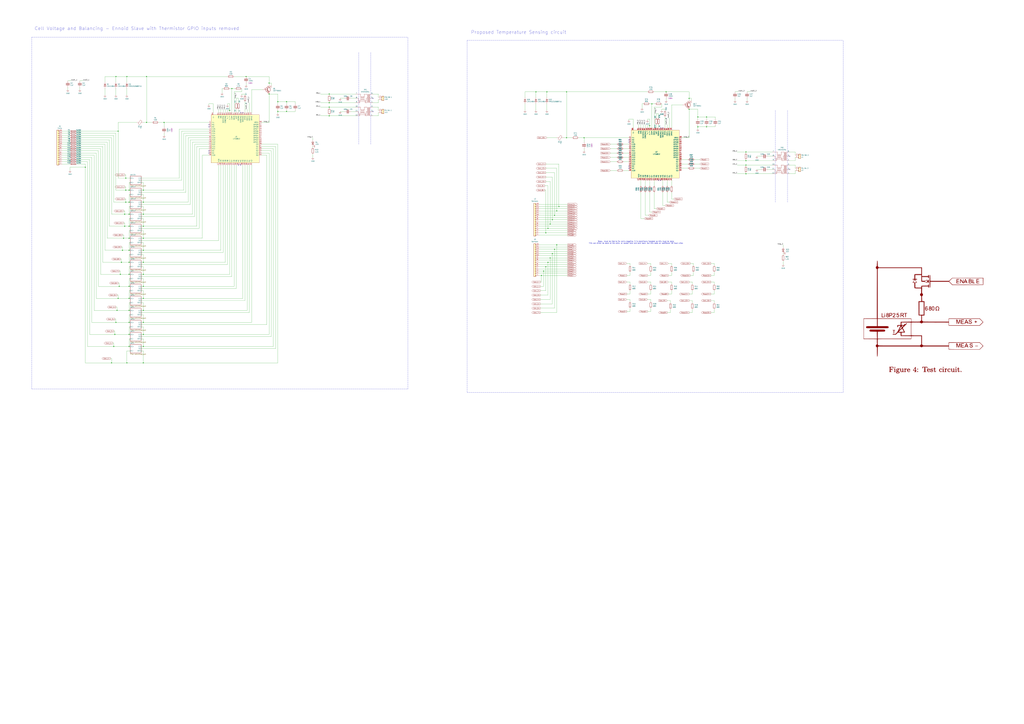
<source format=kicad_sch>
(kicad_sch (version 20250114) (generator "eeschema") (generator_version "9.0")
  (paper "A0")
  (title_block (title "BMS-Slave") (rev "V0.1") (company "ENNOID"))
  (text "Cell Voltage and Balancing - Ennoid Slave with Thermistor GPIO inputs removed" (at 159.004 33.274 0) (effects (font (size 3.81 3.81))))
  (text "Meas- must be tied to its cell's negative. it is electrically isolated so this must be done\nThis can either be done at the cells, or routed here and sent back, but this adds an additional 18 input wires" (at 738.378 281.686 0) (effects (font (size 1.27 1.27))))
  (text "Proposed Temperature Sensing circuit" (at 602.234 37.592 0) (effects (font (size 3.81 3.81))))
  (junction (at 166.37 318.77))
  (junction (at 332.74 118.11))
  (junction (at 142.24 290.83))
  (junction (at 810.26 147.32))
  (junction (at 137.16 152.4))
  (junction (at 866.14 191.77))
  (junction (at 166.37 388.62))
  (junction (at 622.3 106.68))
  (junction (at 149.86 276.86))
  (junction (at 166.37 276.86))
  (junction (at 133.35 388.62))
  (junction (at 641.35 255.27))
  (junction (at 322.58 118.11))
  (junction (at 641.35 294.64))
  (junction (at 170.18 88.9))
  (junction (at 99.06 194.31))
  (junction (at 166.37 421.64))
  (junction (at 635 106.68))
  (junction (at 138.43 332.74))
  (junction (at 149.86 290.83))
  (junction (at 633.73 309.88))
  (junction (at 866.14 176.53))
  (junction (at 149.86 388.62))
  (junction (at 166.37 248.92))
  (junction (at 143.51 276.86))
  (junction (at 190.5 142.24))
  (junction (at 810.26 135.89))
  (junction (at 146.05 207.01))
  (junction (at 628.65 320.04))
  (junction (at 646.43 245.11))
  (junction (at 166.37 374.65))
  (junction (at 657.86 106.68))
  (junction (at 137.16 346.71))
  (junction (at 773.43 106.68))
  (junction (at 800.1 127))
  (junction (at 633.73 270.51))
  (junction (at 285.75 88.9))
  (junction (at 166.37 220.98))
  (junction (at 146.05 234.95))
  (junction (at 170.18 142.24))
  (junction (at 820.42 147.32))
  (junction (at 129.54 421.64))
  (junction (at 312.42 109.22))
  (junction (at 643.89 289.56))
  (junction (at 866.14 186.69))
  (junction (at 149.86 318.77))
  (junction (at 166.37 290.83))
  (junction (at 382.27 124.46))
  (junction (at 657.86 160.02))
  (junction (at 149.86 346.71))
  (junction (at 132.08 402.59))
  (junction (at 135.89 360.68))
  (junction (at 382.27 109.22))
  (junction (at 382.27 134.62))
  (junction (at 643.89 250.19))
  (junction (at 149.86 332.74))
  (junction (at 140.97 304.8))
  (junction (at 166.37 304.8))
  (junction (at 322.58 129.54))
  (junction (at 754.38 146.05))
  (junction (at 631.19 314.96))
  (junction (at 678.18 160.02))
  (junction (at 312.42 96.52))
  (junction (at 636.27 304.8))
  (junction (at 149.86 220.98))
  (junction (at 149.86 402.59))
  (junction (at 638.81 260.35))
  (junction (at 756.92 120.65))
  (junction (at 134.62 88.9))
  (junction (at 166.37 346.71))
  (junction (at 134.62 374.65))
  (junction (at 149.86 304.8))
  (junction (at 149.86 262.89))
  (junction (at 820.42 135.89))
  (junction (at 166.37 234.95))
  (junction (at 147.32 88.9))
  (junction (at 166.37 360.68))
  (junction (at 166.37 402.59))
  (junction (at 648.97 240.03))
  (junction (at 638.81 299.72))
  (junction (at 147.32 421.64))
  (junction (at 266.7 128.27))
  (junction (at 149.86 360.68))
  (junction (at 144.78 248.92))
  (junction (at 149.86 248.92))
  (junction (at 800.1 114.3))
  (junction (at 139.7 318.77))
  (junction (at 382.27 119.38))
  (junction (at 646.43 284.48))
  (junction (at 144.78 262.89))
  (junction (at 146.05 220.98))
  (junction (at 166.37 262.89))
  (junction (at 269.24 102.87))
  (junction (at 149.86 374.65))
  (junction (at 332.74 129.54))
  (junction (at 636.27 265.43))
  (junction (at 866.14 201.93))
  (junction (at 149.86 234.95))
  (junction (at 166.37 332.74))
  (no_connect (at 730.25 193.04))
  (no_connect (at 279.4 191.77))
  (no_connect (at 767.08 209.55))
  (no_connect (at 242.57 177.8))
  (no_connect (at 730.25 195.58))
  (no_connect (at 764.54 209.55))
  (no_connect (at 433.07 114.3))
  (no_connect (at 769.62 148.59))
  (no_connect (at 916.94 196.85))
  (no_connect (at 242.57 175.26))
  (no_connect (at 730.25 162.56))
  (no_connect (at 281.94 130.81))
  (no_connect (at 279.4 130.81))
  (no_connect (at 730.25 165.1))
  (no_connect (at 242.57 144.78))
  (no_connect (at 767.08 148.59))
  (no_connect (at 916.94 181.61))
  (no_connect (at 242.57 147.32))
  (no_connect (at 276.86 191.77))
  (no_connect (at 433.07 129.54))
  (wire (pts (xy 633.73 309.88) (xy 659.13 309.88)))
  (wire (pts (xy 166.37 332.74) (xy 271.78 332.74)))
  (wire (pts (xy 166.37 262.89) (xy 228.6 262.89)))
  (wire (pts (xy 149.86 254) (xy 149.86 262.89)))
  (wire (pts (xy 314.96 175.26) (xy 303.53 175.26)))
  (wire (pts (xy 151.13 407.67) (xy 147.32 407.67)))
  (wire (pts (xy 754.38 146.05) (xy 754.38 138.43)))
  (wire (pts (xy 163.83 265.43) (xy 231.14 265.43)))
  (wire (pts (xy 916.94 201.93) (xy 923.29 201.93)))
  (wire (pts (xy 312.42 109.22) (xy 312.42 142.24)))
  (wire (pts (xy 825.5 341.63) (xy 829.31 341.63)))
  (wire (pts (xy 627.38 342.9) (xy 636.27 342.9)))
  (wire (pts (xy 78.74 104.14) (xy 78.74 101.6)))
  (wire (pts (xy 119.38 170.18) (xy 119.38 304.8)))
  (wire (pts (xy 88.9 187.96) (xy 101.6 187.96)))
  (wire (pts (xy 135.89 360.68) (xy 109.22 360.68)))
  (wire (pts (xy 289.56 191.77) (xy 289.56 363.22)))
  (wire (pts (xy 234.95 180.34) (xy 242.57 180.34)))
  (wire (pts (xy 149.86 323.85) (xy 149.86 332.74)))
  (wire (pts (xy 708.66 167.64) (xy 716.28 167.64)))
  (wire (pts (xy 632.46 220.98) (xy 633.73 220.98)))
  (wire (pts (xy 759.46 106.68) (xy 773.43 106.68)))
  (wire (pts (xy 641.35 205.74) (xy 633.73 205.74)))
  (wire (pts (xy 723.9 172.72) (xy 730.25 172.72)))
  (wire (pts (xy 626.11 307.34) (xy 659.13 307.34)))
  (wire (pts (xy 121.92 88.9) (xy 134.62 88.9)))
  (wire (pts (xy 266.7 130.81) (xy 266.7 128.27)))
  (wire (pts (xy 261.62 191.77) (xy 261.62 304.8)))
  (wire (pts (xy 867.41 106.68) (xy 871.22 106.68)))
  (wire (pts (xy 138.43 314.96) (xy 139.7 314.96)))
  (wire (pts (xy 332.74 118.11) (xy 332.74 120.65)))
  (wire (pts (xy 242.57 154.94) (xy 213.36 154.94)))
  (wire (pts (xy 139.7 300.99) (xy 140.97 300.99)))
  (wire (pts (xy 72.39 170.18) (xy 81.28 170.18)))
  (wire (pts (xy 810.26 135.89) (xy 810.26 138.43)))
  (wire (pts (xy 264.16 191.77) (xy 264.16 307.34)))
  (wire (pts (xy 439.42 119.38) (xy 439.42 115.57)))
  (wire (pts (xy 184.15 142.24) (xy 190.5 142.24)))
  (wire (pts (xy 626.11 237.49) (xy 659.13 237.49)))
  (wire (pts (xy 433.07 134.62) (xy 439.42 134.62)))
  (wire (pts (xy 242.57 121.92) (xy 242.57 120.65)))
  (wire (pts (xy 744.22 223.52) (xy 744.22 254)))
  (wire (pts (xy 754.38 215.9) (xy 754.38 209.55)))
  (wire (pts (xy 137.16 346.71) (xy 111.76 346.71)))
  (wire (pts (xy 149.86 374.65) (xy 134.62 374.65)))
  (wire (pts (xy 867.41 116.84) (xy 867.41 114.3)))
  (wire (pts (xy 363.22 170.18) (xy 363.22 171.45)))
  (wire (pts (xy 149.86 276.86) (xy 151.13 276.86)))
  (wire (pts (xy 609.6 106.68) (xy 622.3 106.68)))
  (wire (pts (xy 643.89 250.19) (xy 659.13 250.19)))
  (wire (pts (xy 716.28 198.12) (xy 708.66 198.12)))
  (wire (pts (xy 759.46 215.9) (xy 759.46 209.55)))
  (wire (pts (xy 751.84 361.95) (xy 755.65 361.95)))
  (wire (pts (xy 626.11 292.1) (xy 659.13 292.1)))
  (wire (pts (xy 92.71 93.98) (xy 96.52 93.98)))
  (wire (pts (xy 166.37 374.65) (xy 292.1 374.65)))
  (wire (pts (xy 147.32 88.9) (xy 170.18 88.9)))
  (wire (pts (xy 626.11 252.73) (xy 659.13 252.73)))
  (wire (pts (xy 144.78 231.14) (xy 146.05 231.14)))
  (wire (pts (xy 777.24 137.16) (xy 777.24 148.59)))
  (wire (pts (xy 627.38 327.66) (xy 628.65 327.66)))
  (wire (pts (xy 124.46 165.1) (xy 124.46 276.86)))
  (wire (pts (xy 322.58 421.64) (xy 322.58 167.64)))
  (wire (pts (xy 264.16 120.65) (xy 264.16 121.92)))
  (wire (pts (xy 256.54 127) (xy 256.54 130.81)))
  (polyline (pts (xy 900.43 128.27) (xy 900.43 234.95)) (stroke (width 0) (type dash)))
  (wire (pts (xy 723.9 167.64) (xy 730.25 167.64)))
  (wire (pts (xy 800.1 341.63) (xy 803.91 341.63)))
  (wire (pts (xy 166.37 388.62) (xy 312.42 388.62)))
  (wire (pts (xy 166.37 248.92) (xy 223.52 248.92)))
  (wire (pts (xy 769.62 223.52) (xy 769.62 238.76)))
  (wire (pts (xy 372.11 124.46) (xy 382.27 124.46)))
  (wire (pts (xy 99.06 194.31) (xy 99.06 421.64)))
  (wire (pts (xy 643.89 200.66) (xy 633.73 200.66)))
  (wire (pts (xy 755.65 306.07) (xy 755.65 308.61)))
  (wire (pts (xy 163.83 402.59) (xy 166.37 402.59)))
  (wire (pts (xy 627.38 353.06) (xy 641.35 353.06)))
  (wire (pts (xy 627.38 347.98) (xy 638.81 347.98)))
  (wire (pts (xy 779.78 327.66) (xy 779.78 330.2)))
  (wire (pts (xy 708.66 187.96) (xy 716.28 187.96)))
  (wire (pts (xy 166.37 281.94) (xy 166.37 290.83)))
  (wire (pts (xy 271.78 106.68) (xy 280.67 106.68)))
  (wire (pts (xy 439.42 124.46) (xy 439.42 128.27)))
  (wire (pts (xy 256.54 191.77) (xy 256.54 290.83)))
  (wire (pts (xy 119.38 304.8) (xy 140.97 304.8)))
  (wire (pts (xy 891.54 181.61) (xy 896.62 181.61)))
  (wire (pts (xy 825.5 320.04) (xy 829.31 320.04)))
  (wire (pts (xy 166.37 421.64) (xy 322.58 421.64)))
  (wire (pts (xy 636.27 304.8) (xy 659.13 304.8)))
  (wire (pts (xy 88.9 177.8) (xy 111.76 177.8)))
  (wire (pts (xy 228.6 170.18) (xy 228.6 262.89)))
  (wire (pts (xy 242.57 120.65) (xy 247.65 120.65)))
  (wire (pts (xy 322.58 118.11) (xy 322.58 120.65)))
  (wire (pts (xy 635 106.68) (xy 635 113.03)))
  (wire (pts (xy 261.62 127) (xy 261.62 130.81)))
  (wire (pts (xy 633.73 337.82) (xy 633.73 309.88)))
  (wire (pts (xy 626.11 257.81) (xy 659.13 257.81)))
  (wire (pts (xy 99.06 190.5) (xy 99.06 194.31)))
  (wire (pts (xy 751.84 341.63) (xy 755.65 341.63)))
  (wire (pts (xy 166.37 323.85) (xy 166.37 332.74)))
  (wire (pts (xy 276.86 130.81) (xy 276.86 127)))
  (wire (pts (xy 805.18 306.07) (xy 805.18 308.61)))
  (wire (pts (xy 149.86 295.91) (xy 149.86 304.8)))
  (wire (pts (xy 166.37 337.82) (xy 166.37 346.71)))
  (wire (pts (xy 138.43 332.74) (xy 149.86 332.74)))
  (wire (pts (xy 149.86 346.71) (xy 137.16 346.71)))
  (wire (pts (xy 134.62 374.65) (xy 106.68 374.65)))
  (wire (pts (xy 284.48 109.22) (xy 284.48 110.49)))
  (wire (pts (xy 163.83 405.13) (xy 320.04 405.13)))
  (wire (pts (xy 163.83 240.03) (xy 166.37 240.03)))
  (wire (pts (xy 439.42 134.62) (xy 439.42 130.81)))
  (wire (pts (xy 147.32 88.9) (xy 147.32 95.25)))
  (polyline (pts (xy 914.4 128.27) (xy 914.4 234.95)) (stroke (width 0) (type dash)))
  (wire (pts (xy 163.83 209.55) (xy 210.82 209.55)))
  (wire (pts (xy 133.35 370.84) (xy 134.62 370.84)))
  (wire (pts (xy 641.35 294.64) (xy 659.13 294.64)))
  (wire (pts (xy 727.71 306.07) (xy 731.52 306.07)))
  (wire (pts (xy 754.38 138.43) (xy 751.84 138.43)))
  (wire (pts (xy 727.71 347.98) (xy 731.52 347.98)))
  (wire (pts (xy 121.92 95.25) (xy 121.92 88.9)))
  (wire (pts (xy 116.84 318.77) (xy 116.84 172.72)))
  (wire (pts (xy 923.29 201.93) (xy 923.29 198.12)))
  (wire (pts (xy 626.11 247.65) (xy 659.13 247.65)))
  (wire (pts (xy 735.33 138.43) (xy 735.33 148.59)))
  (wire (pts (xy 820.42 135.89) (xy 830.58 135.89)))
  (wire (pts (xy 801.37 320.04) (xy 805.18 320.04)))
  (wire (pts (xy 269.24 321.31) (xy 269.24 191.77)))
  (wire (pts (xy 92.71 104.14) (xy 92.71 101.6)))
  (wire (pts (xy 643.89 200.66) (xy 643.89 250.19)))
  (wire (pts (xy 149.86 226.06) (xy 149.86 234.95)))
  (wire (pts (xy 166.37 267.97) (xy 166.37 276.86)))
  (wire (pts (xy 101.6 187.96) (xy 101.6 402.59)))
  (wire (pts (xy 439.42 109.22) (xy 439.42 113.03)))
  (wire (pts (xy 81.28 187.96) (xy 72.39 187.96)))
  (wire (pts (xy 304.8 104.14) (xy 292.1 104.14)))
  (wire (pts (xy 756.92 120.65) (xy 756.92 148.59)))
  (wire (pts (xy 170.18 142.24) (xy 170.18 88.9)))
  (wire (pts (xy 636.27 342.9) (xy 636.27 304.8)))
  (wire (pts (xy 81.28 152.4) (xy 72.39 152.4)))
  (wire (pts (xy 754.38 148.59) (xy 754.38 146.05)))
  (wire (pts (xy 622.3 106.68) (xy 635 106.68)))
  (wire (pts (xy 635 160.02) (xy 646.43 160.02)))
  (wire (pts (xy 626.11 270.51) (xy 633.73 270.51)))
  (wire (pts (xy 166.37 240.03) (xy 166.37 248.92)))
  (wire (pts (xy 791.21 160.02) (xy 800.1 160.02)))
  (wire (pts (xy 800.1 363.22) (xy 803.91 363.22)))
  (wire (pts (xy 149.86 309.88) (xy 149.86 318.77)))
  (wire (pts (xy 825.5 349.25) (xy 829.31 349.25)))
  (wire (pts (xy 140.97 300.99) (xy 140.97 304.8)))
  (wire (pts (xy 744.22 144.78) (xy 744.22 148.59)))
  (wire (pts (xy 751.84 327.66) (xy 755.65 327.66)))
  (wire (pts (xy 626.11 309.88) (xy 633.73 309.88)))
  (wire (pts (xy 643.89 289.56) (xy 659.13 289.56)))
  (wire (pts (xy 762 137.16) (xy 762 132.08)))
  (wire (pts (xy 755.65 327.66) (xy 755.65 330.2)))
  (wire (pts (xy 312.42 88.9) (xy 285.75 88.9)))
  (wire (pts (xy 626.11 262.89) (xy 659.13 262.89)))
  (wire (pts (xy 210.82 152.4) (xy 210.82 209.55)))
  (wire (pts (xy 142.24 287.02) (xy 142.24 290.83)))
  (wire (pts (xy 163.83 309.88) (xy 166.37 309.88)))
  (wire (pts (xy 226.06 167.64) (xy 226.06 251.46)))
  (wire (pts (xy 287.02 127) (xy 287.02 130.81)))
  (wire (pts (xy 163.83 295.91) (xy 166.37 295.91)))
  (wire (pts (xy 133.35 384.81) (xy 133.35 388.62)))
  (wire (pts (xy 312.42 96.52) (xy 312.42 88.9)))
  (wire (pts (xy 628.65 320.04) (xy 659.13 320.04)))
  (wire (pts (xy 708.66 177.8) (xy 716.28 177.8)))
  (wire (pts (xy 314.96 96.52) (xy 312.42 96.52)))
  (wire (pts (xy 829.31 341.63) (xy 829.31 337.82)))
  (wire (pts (xy 72.39 175.26) (xy 81.28 175.26)))
  (wire (pts (xy 130.81 398.78) (xy 132.08 398.78)))
  (wire (pts (xy 746.76 144.78) (xy 746.76 148.59)))
  (wire (pts (xy 635 106.68) (xy 657.86 106.68)))
  (wire (pts (xy 646.43 195.58) (xy 646.43 245.11)))
  (wire (pts (xy 166.37 226.06) (xy 166.37 234.95)))
  (wire (pts (xy 641.35 255.27) (xy 659.13 255.27)))
  (wire (pts (xy 163.83 388.62) (xy 166.37 388.62)))
  (wire (pts (xy 269.24 102.87) (xy 269.24 130.81)))
  (wire (pts (xy 772.16 127) (xy 772.16 128.27)))
  (wire (pts (xy 745.49 125.73) (xy 745.49 120.65)))
  (wire (pts (xy 82.55 93.98) (xy 78.74 93.98)))
  (wire (pts (xy 88.9 170.18) (xy 119.38 170.18)))
  (wire (pts (xy 242.57 172.72) (xy 231.14 172.72)))
  (wire (pts (xy 166.37 393.7) (xy 166.37 402.59)))
  (polyline (pts (xy 416.56 60.96) (xy 416.56 167.64)) (stroke (width 0) (type dash)))
  (wire (pts (xy 303.53 170.18) (xy 320.04 170.18)))
  (wire (pts (xy 166.37 379.73) (xy 166.37 388.62)))
  (wire (pts (xy 163.83 223.52) (xy 215.9 223.52)))
  (wire (pts (xy 775.97 327.66) (xy 779.78 327.66)))
  (wire (pts (xy 723.9 177.8) (xy 730.25 177.8)))
  (wire (pts (xy 866.14 177.8) (xy 866.14 176.53)))
  (wire (pts (xy 274.32 335.28) (xy 274.32 191.77)))
  (wire (pts (xy 151.13 365.76) (xy 149.86 365.76)))
  (wire (pts (xy 132.08 234.95) (xy 132.08 157.48)))
  (wire (pts (xy 773.43 114.3) (xy 773.43 116.84)))
  (wire (pts (xy 269.24 102.87) (xy 273.05 102.87)))
  (wire (pts (xy 276.86 114.3) (xy 274.32 114.3)))
  (wire (pts (xy 342.9 128.27) (xy 342.9 129.54)))
  (wire (pts (xy 163.83 351.79) (xy 166.37 351.79)))
  (wire (pts (xy 151.13 248.92) (xy 149.86 248.92)))
  (wire (pts (xy 132.08 402.59) (xy 101.6 402.59)))
  (wire (pts (xy 678.18 165.1) (xy 678.18 160.02)))
  (wire (pts (xy 134.62 102.87) (xy 134.62 110.49)))
  (wire (pts (xy 81.28 177.8) (xy 72.39 177.8)))
  (wire (pts (xy 764.54 132.08) (xy 762 132.08)))
  (wire (pts (xy 723.9 198.12) (xy 730.25 198.12)))
  (wire (pts (xy 166.37 346.71) (xy 281.94 346.71)))
  (wire (pts (xy 303.53 142.24) (xy 312.42 142.24)))
  (wire (pts (xy 829.31 327.66) (xy 829.31 330.2)))
  (wire (pts (xy 800.1 116.84) (xy 800.1 114.3)))
  (wire (pts (xy 657.86 160.02) (xy 664.21 160.02)))
  (wire (pts (xy 231.14 172.72) (xy 231.14 265.43)))
  (wire (pts (xy 127 162.56) (xy 127 262.89)))
  (wire (pts (xy 166.37 212.09) (xy 166.37 220.98)))
  (wire (pts (xy 751.84 148.59) (xy 751.84 146.05)))
  (wire (pts (xy 382.27 133.35) (xy 382.27 134.62)))
  (wire (pts (xy 149.86 281.94) (xy 149.86 290.83)))
  (wire (pts (xy 81.28 162.56) (xy 72.39 162.56)))
  (wire (pts (xy 923.29 186.69) (xy 923.29 182.88)))
  (wire (pts (xy 223.52 165.1) (xy 223.52 248.92)))
  (wire (pts (xy 407.67 129.54) (xy 412.75 129.54)))
  (wire (pts (xy 137.16 207.01) (xy 137.16 152.4)))
  (wire (pts (xy 803.91 363.22) (xy 803.91 359.41)))
  (wire (pts (xy 909.32 307.34) (xy 909.32 303.53)))
  (wire (pts (xy 303.53 167.64) (xy 322.58 167.64)))
  (wire (pts (xy 166.37 309.88) (xy 166.37 318.77)))
  (wire (pts (xy 730.25 139.7) (xy 730.25 138.43)))
  (wire (pts (xy 104.14 185.42) (xy 104.14 388.62)))
  (wire (pts (xy 641.35 353.06) (xy 641.35 294.64)))
  (wire (pts (xy 648.97 240.03) (xy 659.13 240.03)))
  (wire (pts (xy 163.83 374.65) (xy 166.37 374.65)))
  (wire (pts (xy 242.57 152.4) (xy 210.82 152.4)))
  (wire (pts (xy 825.5 306.07) (xy 829.31 306.07)))
  (wire (pts (xy 626.11 240.03) (xy 648.97 240.03)))
  (wire (pts (xy 778.51 363.22) (xy 778.51 359.41)))
  (wire (pts (xy 731.52 327.66) (xy 731.52 330.2)))
  (wire (pts (xy 866.14 185.42) (xy 866.14 186.69)))
  (wire (pts (xy 805.18 320.04) (xy 805.18 316.23)))
  (wire (pts (xy 762 144.78) (xy 762 148.59)))
  (wire (pts (xy 264.16 128.27) (xy 266.7 128.27)))
  (wire (pts (xy 636.27 215.9) (xy 636.27 265.43)))
  (wire (pts (xy 759.46 223.52) (xy 759.46 242.57)))
  (wire (pts (xy 158.75 142.24) (xy 137.16 142.24)))
  (wire (pts (xy 810.26 127) (xy 810.26 135.89)))
  (wire (pts (xy 88.9 165.1) (xy 124.46 165.1)))
  (wire (pts (xy 271.78 106.68) (xy 271.78 130.81)))
  (wire (pts (xy 147.32 421.64) (xy 166.37 421.64)))
  (wire (pts (xy 322.58 109.22) (xy 322.58 118.11)))
  (wire (pts (xy 114.3 175.26) (xy 114.3 332.74)))
  (wire (pts (xy 779.78 148.59) (xy 779.78 121.92)))
  (wire (pts (xy 772.16 135.89) (xy 772.16 148.59)))
  (wire (pts (xy 151.13 234.95) (xy 149.86 234.95)))
  (wire (pts (xy 163.83 248.92) (xy 166.37 248.92)))
  (wire (pts (xy 382.27 124.46) (xy 412.75 124.46)))
  (wire (pts (xy 626.11 289.56) (xy 643.89 289.56)))
  (wire (pts (xy 759.46 124.46) (xy 759.46 148.59)))
  (wire (pts (xy 81.28 198.12) (xy 81.28 194.31)))
  (wire (pts (xy 825.5 363.22) (xy 829.31 363.22)))
  (wire (pts (xy 727.71 320.04) (xy 731.52 320.04)))
  (wire (pts (xy 433.07 109.22) (xy 439.42 109.22)))
  (wire (pts (xy 322.58 129.54) (xy 322.58 132.08)))
  (wire (pts (xy 121.92 102.87) (xy 121.92 110.49)))
  (wire (pts (xy 166.37 304.8) (xy 261.62 304.8)))
  (wire (pts (xy 779.78 341.63) (xy 779.78 337.82)))
  (wire (pts (xy 274.32 119.38) (xy 274.32 114.3)))
  (wire (pts (xy 830.58 135.89) (xy 830.58 138.43)))
  (wire (pts (xy 372.11 109.22) (xy 382.27 109.22)))
  (wire (pts (xy 433.07 119.38) (xy 439.42 119.38)))
  (wire (pts (xy 220.98 162.56) (xy 242.57 162.56)))
  (wire (pts (xy 309.88 377.19) (xy 309.88 180.34)))
  (wire (pts (xy 166.37 276.86) (xy 234.95 276.86)))
  (wire (pts (xy 170.18 142.24) (xy 176.53 142.24)))
  (wire (pts (xy 163.83 207.01) (xy 208.28 207.01)))
  (wire (pts (xy 170.18 88.9) (xy 264.16 88.9)))
  (wire (pts (xy 646.43 245.11) (xy 659.13 245.11)))
  (wire (pts (xy 220.98 162.56) (xy 220.98 237.49)))
  (wire (pts (xy 626.11 320.04) (xy 628.65 320.04)))
  (wire (pts (xy 144.78 203.2) (xy 146.05 203.2)))
  (wire (pts (xy 317.5 172.72) (xy 317.5 402.59)))
  (wire (pts (xy 143.51 276.86) (xy 149.86 276.86)))
  (wire (pts (xy 830.58 147.32) (xy 820.42 147.32)))
  (wire (pts (xy 866.14 200.66) (xy 866.14 201.93)))
  (wire (pts (xy 151.13 393.7) (xy 149.86 393.7)))
  (wire (pts (xy 626.11 284.48) (xy 646.43 284.48)))
  (wire (pts (xy 138.43 328.93) (xy 138.43 332.74)))
  (wire (pts (xy 134.62 356.87) (xy 135.89 356.87)))
  (wire (pts (xy 829.31 320.04) (xy 829.31 316.23)))
  (wire (pts (xy 779.78 215.9) (xy 779.78 209.55)))
  (wire (pts (xy 190.5 154.94) (xy 190.5 157.48)))
  (wire (pts (xy 820.42 147.32) (xy 810.26 147.32)))
  (wire (pts (xy 166.37 290.83) (xy 256.54 290.83)))
  (wire (pts (xy 163.83 237.49) (xy 220.98 237.49)))
  (wire (pts (xy 163.83 360.68) (xy 166.37 360.68)))
  (wire (pts (xy 657.86 106.68) (xy 751.84 106.68)))
  (wire (pts (xy 727.71 327.66) (xy 731.52 327.66)))
  (wire (pts (xy 163.83 276.86) (xy 166.37 276.86)))
  (wire (pts (xy 280.67 109.22) (xy 284.48 109.22)))
  (wire (pts (xy 749.3 215.9) (xy 749.3 209.55)))
  (wire (pts (xy 751.84 347.98) (xy 755.65 347.98)))
  (wire (pts (xy 144.78 259.08) (xy 144.78 262.89)))
  (wire (pts (xy 140.97 287.02) (xy 142.24 287.02)))
  (wire (pts (xy 151.13 220.98) (xy 149.86 220.98)))
  (wire (pts (xy 759.46 124.46) (xy 768.35 124.46)))
  (wire (pts (xy 768.35 124.46) (xy 768.35 120.65)))
  (wire (pts (xy 163.83 407.67) (xy 166.37 407.67)))
  (wire (pts (xy 163.83 234.95) (xy 166.37 234.95)))
  (wire (pts (xy 730.25 138.43) (xy 735.33 138.43)))
  (wire (pts (xy 633.73 220.98) (xy 633.73 270.51)))
  (wire (pts (xy 803.91 327.66) (xy 803.91 330.2)))
  (wire (pts (xy 242.57 165.1) (xy 223.52 165.1)))
  (wire (pts (xy 774.7 144.78) (xy 774.7 148.59)))
  (wire (pts (xy 271.78 191.77) (xy 271.78 332.74)))
  (wire (pts (xy 163.83 304.8) (xy 166.37 304.8)))
  (wire (pts (xy 149.86 360.68) (xy 135.89 360.68)))
  (wire (pts (xy 166.37 402.59) (xy 317.5 402.59)))
  (wire (pts (xy 855.98 201.93) (xy 866.14 201.93)))
  (wire (pts (xy 276.86 119.38) (xy 276.86 114.3)))
  (wire (pts (xy 777.24 234.95) (xy 774.7 234.95)))
  (wire (pts (xy 810.26 135.89) (xy 820.42 135.89)))
  (wire (pts (xy 104.14 185.42) (xy 88.9 185.42)))
  (wire (pts (xy 723.9 182.88) (xy 730.25 182.88)))
  (wire (pts (xy 626.11 297.18) (xy 659.13 297.18)))
  (wire (pts (xy 266.7 191.77) (xy 266.7 318.77)))
  (wire (pts (xy 149.86 262.89) (xy 151.13 262.89)))
  (wire (pts (xy 727.71 341.63) (xy 731.52 341.63)))
  (wire (pts (xy 751.84 320.04) (xy 755.65 320.04)))
  (wire (pts (xy 303.53 177.8) (xy 312.42 177.8)))
  (wire (pts (xy 855.98 186.69) (xy 866.14 186.69)))
  (wire (pts (xy 708.66 172.72) (xy 716.28 172.72)))
  (wire (pts (xy 332.74 118.11) (xy 342.9 118.11)))
  (wire (pts (xy 149.86 337.82) (xy 149.86 346.71)))
  (wire (pts (xy 127 262.89) (xy 144.78 262.89)))
  (wire (pts (xy 802.64 114.3) (xy 800.1 114.3)))
  (wire (pts (xy 163.83 391.16) (xy 314.96 391.16)))
  (wire (pts (xy 923.29 191.77) (xy 923.29 195.58)))
  (wire (pts (xy 166.37 351.79) (xy 166.37 360.68)))
  (wire (pts (xy 151.13 290.83) (xy 149.86 290.83)))
  (wire (pts (xy 134.62 220.98) (xy 134.62 154.94)))
  (wire (pts (xy 312.42 99.06) (xy 312.42 96.52)))
  (polyline (pts (xy 473.71 452.12) (xy 473.71 43.18)) (stroke (width 0) (type dash)))
  (polyline (pts (xy 542.29 46.99) (xy 542.29 455.93)) (stroke (width 0) (type dash)))
  (wire (pts (xy 749.3 250.19) (xy 753.11 250.19)))
  (wire (pts (xy 163.83 321.31) (xy 269.24 321.31)))
  (wire (pts (xy 163.83 267.97) (xy 166.37 267.97)))
  (wire (pts (xy 382.27 118.11) (xy 382.27 119.38)))
  (wire (pts (xy 257.81 102.87) (xy 259.08 102.87)))
  (wire (pts (xy 671.83 160.02) (xy 678.18 160.02)))
  (wire (pts (xy 104.14 388.62) (xy 133.35 388.62)))
  (wire (pts (xy 626.11 265.43) (xy 636.27 265.43)))
  (polyline (pts (xy 542.29 46.99) (xy 979.17 46.99)) (stroke (width 0) (type dash)))
  (wire (pts (xy 72.39 180.34) (xy 81.28 180.34)))
  (wire (pts (xy 754.38 120.65) (xy 756.92 120.65)))
  (wire (pts (xy 363.22 182.88) (xy 363.22 179.07)))
  (wire (pts (xy 866.14 186.69) (xy 896.62 186.69)))
  (wire (pts (xy 247.65 120.65) (xy 247.65 130.81)))
  (wire (pts (xy 638.81 210.82) (xy 633.73 210.82)))
  (wire (pts (xy 163.83 254) (xy 166.37 254)))
  (wire (pts (xy 622.3 120.65) (xy 622.3 128.27)))
  (wire (pts (xy 146.05 203.2) (xy 146.05 207.01)))
  (polyline (pts (xy 36.83 43.18) (xy 36.83 452.12)) (stroke (width 0) (type dash)))
  (wire (pts (xy 151.13 318.77) (xy 149.86 318.77)))
  (wire (pts (xy 88.9 175.26) (xy 114.3 175.26)))
  (wire (pts (xy 751.84 306.07) (xy 755.65 306.07)))
  (wire (pts (xy 149.86 304.8) (xy 151.13 304.8)))
  (wire (pts (xy 762 242.57) (xy 759.46 242.57)))
  (wire (pts (xy 151.13 351.79) (xy 149.86 351.79)))
  (wire (pts (xy 779.78 320.04) (xy 779.78 316.23)))
  (wire (pts (xy 151.13 374.65) (xy 149.86 374.65)))
  (wire (pts (xy 626.11 287.02) (xy 659.13 287.02)))
  (wire (pts (xy 264.16 130.81) (xy 264.16 128.27)))
  (wire (pts (xy 678.18 160.02) (xy 730.25 160.02)))
  (wire (pts (xy 149.86 332.74) (xy 151.13 332.74)))
  (wire (pts (xy 88.9 162.56) (xy 127 162.56)))
  (wire (pts (xy 382.27 125.73) (xy 382.27 124.46)))
  (wire (pts (xy 648.97 190.5) (xy 633.73 190.5)))
  (wire (pts (xy 626.11 294.64) (xy 641.35 294.64)))
  (wire (pts (xy 756.92 120.65) (xy 760.73 120.65)))
  (wire (pts (xy 133.35 388.62) (xy 149.86 388.62)))
  (wire (pts (xy 778.51 349.25) (xy 778.51 351.79)))
  (wire (pts (xy 627.38 337.82) (xy 633.73 337.82)))
  (wire (pts (xy 163.83 307.34) (xy 264.16 307.34)))
  (wire (pts (xy 916.94 186.69) (xy 923.29 186.69)))
  (wire (pts (xy 266.7 128.27) (xy 266.7 120.65)))
  (wire (pts (xy 149.86 212.09) (xy 149.86 220.98)))
  (wire (pts (xy 810.26 146.05) (xy 810.26 147.32)))
  (wire (pts (xy 129.54 248.92) (xy 129.54 160.02)))
  (wire (pts (xy 626.11 314.96) (xy 631.19 314.96)))
  (wire (pts (xy 764.54 137.16) (xy 764.54 132.08)))
  (wire (pts (xy 646.43 195.58) (xy 633.73 195.58)))
  (wire (pts (xy 81.28 182.88) (xy 72.39 182.88)))
  (wire (pts (xy 166.37 220.98) (xy 213.36 220.98)))
  (wire (pts (xy 791.21 190.5) (xy 798.83 190.5)))
  (wire (pts (xy 149.86 365.76) (xy 149.86 374.65)))
  (wire (pts (xy 144.78 262.89) (xy 149.86 262.89)))
  (wire (pts (xy 909.32 287.02) (xy 909.32 284.48)))
  (wire (pts (xy 853.44 116.84) (xy 853.44 114.3)))
  (wire (pts (xy 792.48 121.92) (xy 779.78 121.92)))
  (wire (pts (xy 166.37 365.76) (xy 166.37 374.65)))
  (wire (pts (xy 322.58 128.27) (xy 322.58 129.54)))
  (wire (pts (xy 280.67 106.68) (xy 280.67 102.87)))
  (wire (pts (xy 627.38 332.74) (xy 631.19 332.74)))
  (wire (pts (xy 342.9 129.54) (xy 332.74 129.54)))
  (wire (pts (xy 731.52 341.63) (xy 731.52 337.82)))
  (wire (pts (xy 407.67 114.3) (xy 412.75 114.3)))
  (wire (pts (xy 149.86 379.73) (xy 149.86 388.62)))
  (wire (pts (xy 287.02 360.68) (xy 287.02 191.77)))
  (wire (pts (xy 641.35 205.74) (xy 641.35 255.27)))
  (wire (pts (xy 643.89 358.14) (xy 643.89 289.56)))
  (wire (pts (xy 72.39 154.94) (xy 81.28 154.94)))
  (polyline (pts (xy 979.17 455.93) (xy 979.17 46.99)) (stroke (width 0) (type dash)))
  (polyline (pts (xy 36.83 43.18) (xy 473.71 43.18)) (stroke (width 0) (type dash)))
  (wire (pts (xy 372.11 134.62) (xy 382.27 134.62)))
  (polyline (pts (xy 430.53 60.96) (xy 430.53 167.64)) (stroke (width 0) (type dash)))
  (wire (pts (xy 208.28 149.86) (xy 208.28 207.01)))
  (wire (pts (xy 281.94 346.71) (xy 281.94 191.77)))
  (wire (pts (xy 151.13 295.91) (xy 149.86 295.91)))
  (wire (pts (xy 129.54 416.56) (xy 129.54 421.64)))
  (wire (pts (xy 806.45 195.58) (xy 812.8 195.58)))
  (wire (pts (xy 342.9 118.11) (xy 342.9 120.65)))
  (wire (pts (xy 779.78 231.14) (xy 782.32 231.14)))
  (wire (pts (xy 81.28 172.72) (xy 72.39 172.72)))
  (wire (pts (xy 163.83 363.22) (xy 289.56 363.22)))
  (wire (pts (xy 631.19 314.96) (xy 659.13 314.96)))
  (wire (pts (xy 774.7 215.9) (xy 774.7 209.55)))
  (wire (pts (xy 802.64 116.84) (xy 802.64 114.3)))
  (wire (pts (xy 723.9 187.96) (xy 730.25 187.96)))
  (wire (pts (xy 755.65 347.98) (xy 755.65 350.52)))
  (wire (pts (xy 147.32 102.87) (xy 147.32 110.49)))
  (wire (pts (xy 626.11 255.27) (xy 641.35 255.27)))
  (wire (pts (xy 829.31 363.22) (xy 829.31 359.41)))
  (wire (pts (xy 242.57 149.86) (xy 208.28 149.86)))
  (wire (pts (xy 731.52 320.04) (xy 731.52 316.23)))
  (wire (pts (xy 751.84 146.05) (xy 754.38 146.05)))
  (wire (pts (xy 109.22 360.68) (xy 109.22 180.34)))
  (wire (pts (xy 382.27 110.49) (xy 382.27 109.22)))
  (wire (pts (xy 134.62 95.25) (xy 134.62 88.9)))
  (wire (pts (xy 292.1 130.81) (xy 292.1 104.14)))
  (wire (pts (xy 280.67 110.49) (xy 280.67 109.22)))
  (wire (pts (xy 163.83 281.94) (xy 166.37 281.94)))
  (wire (pts (xy 266.7 120.65) (xy 264.16 120.65)))
  (wire (pts (xy 754.38 246.38) (xy 756.92 246.38)))
  (wire (pts (xy 234.95 180.34) (xy 234.95 276.86)))
  (wire (pts (xy 143.51 259.08) (xy 144.78 259.08)))
  (wire (pts (xy 800.1 327.66) (xy 803.91 327.66)))
  (wire (pts (xy 800.1 349.25) (xy 803.91 349.25)))
  (wire (pts (xy 144.78 217.17) (xy 146.05 217.17)))
  (wire (pts (xy 163.83 318.77) (xy 166.37 318.77)))
  (wire (pts (xy 626.11 267.97) (xy 659.13 267.97)))
  (wire (pts (xy 631.19 332.74) (xy 631.19 314.96)))
  (wire (pts (xy 190.5 147.32) (xy 190.5 142.24)))
  (wire (pts (xy 320.04 170.18) (xy 320.04 405.13)))
  (wire (pts (xy 800.1 106.68) (xy 773.43 106.68)))
  (wire (pts (xy 151.13 360.68) (xy 149.86 360.68)))
  (wire (pts (xy 147.32 407.67) (xy 147.32 421.64)))
  (wire (pts (xy 121.92 167.64) (xy 88.9 167.64)))
  (wire (pts (xy 638.81 347.98) (xy 638.81 299.72)))
  (wire (pts (xy 163.83 251.46) (xy 226.06 251.46)))
  (wire (pts (xy 139.7 318.77) (xy 116.84 318.77)))
  (wire (pts (xy 144.78 245.11) (xy 144.78 248.92)))
  (wire (pts (xy 149.86 318.77) (xy 139.7 318.77)))
  (wire (pts (xy 151.13 267.97) (xy 149.86 267.97)))
  (wire (pts (xy 775.97 306.07) (xy 779.78 306.07)))
  (wire (pts (xy 755.65 320.04) (xy 755.65 316.23)))
  (wire (pts (xy 146.05 234.95) (xy 149.86 234.95)))
  (wire (pts (xy 166.37 295.91) (xy 166.37 304.8)))
  (wire (pts (xy 433.07 124.46) (xy 439.42 124.46)))
  (wire (pts (xy 626.11 302.26) (xy 659.13 302.26)))
  (wire (pts (xy 142.24 273.05) (xy 143.51 273.05)))
  (wire (pts (xy 151.13 337.82) (xy 149.86 337.82)))
  (wire (pts (xy 284.48 118.11) (xy 284.48 130.81)))
  (wire (pts (xy 866.14 191.77) (xy 896.62 191.77)))
  (wire (pts (xy 163.83 365.76) (xy 166.37 365.76)))
  (wire (pts (xy 163.83 220.98) (xy 166.37 220.98)))
  (wire (pts (xy 820.42 135.89) (xy 820.42 138.43)))
  (wire (pts (xy 382.27 109.22) (xy 412.75 109.22)))
  (wire (pts (xy 163.83 290.83) (xy 166.37 290.83)))
  (wire (pts (xy 139.7 314.96) (xy 139.7 318.77)))
  (wire (pts (xy 820.42 146.05) (xy 820.42 147.32)))
  (wire (pts (xy 163.83 226.06) (xy 166.37 226.06)))
  (wire (pts (xy 284.48 191.77) (xy 284.48 349.25)))
  (wire (pts (xy 769.62 215.9) (xy 769.62 209.55)))
  (wire (pts (xy 151.13 240.03) (xy 149.86 240.03)))
  (wire (pts (xy 791.21 195.58) (xy 798.83 195.58)))
  (wire (pts (xy 81.28 194.31) (xy 99.06 194.31)))
  (polyline (pts (xy 542.29 455.93) (xy 979.17 455.93)) (stroke (width 0) (type dash)))
  (wire (pts (xy 166.37 318.77) (xy 266.7 318.77)))
  (wire (pts (xy 748.03 254) (xy 744.22 254)))
  (wire (pts (xy 166.37 234.95) (xy 218.44 234.95)))
  (wire (pts (xy 806.45 185.42) (xy 812.8 185.42)))
  (wire (pts (xy 810.26 147.32) (xy 810.26 149.86)))
  (wire (pts (xy 292.1 374.65) (xy 292.1 191.77)))
  (wire (pts (xy 149.86 351.79) (xy 149.86 360.68)))
  (wire (pts (xy 163.83 323.85) (xy 166.37 323.85)))
  (wire (pts (xy 878.84 196.85) (xy 883.92 196.85)))
  (wire (pts (xy 654.05 160.02) (xy 657.86 160.02)))
  (wire (pts (xy 163.83 377.19) (xy 309.88 377.19)))
  (wire (pts (xy 394.97 129.54) (xy 400.05 129.54)))
  (wire (pts (xy 800.1 127) (xy 800.1 160.02)))
  (wire (pts (xy 774.7 223.52) (xy 774.7 234.95)))
  (wire (pts (xy 151.13 309.88) (xy 149.86 309.88)))
  (wire (pts (xy 636.27 265.43) (xy 659.13 265.43)))
  (wire (pts (xy 382.27 119.38) (xy 412.75 119.38)))
  (wire (pts (xy 149.86 240.03) (xy 149.86 248.92)))
  (wire (pts (xy 151.13 281.94) (xy 149.86 281.94)))
  (wire (pts (xy 142.24 290.83) (xy 121.92 290.83)))
  (wire (pts (xy 149.86 393.7) (xy 149.86 402.59)))
  (wire (pts (xy 146.05 207.01) (xy 151.13 207.01)))
  (wire (pts (xy 751.84 138.43) (xy 751.84 139.7)))
  (wire (pts (xy 622.3 113.03) (xy 622.3 106.68)))
  (wire (pts (xy 143.51 273.05) (xy 143.51 276.86)))
  (wire (pts (xy 755.65 361.95) (xy 755.65 358.14)))
  (wire (pts (xy 775.97 341.63) (xy 779.78 341.63)))
  (wire (pts (xy 394.97 114.3) (xy 400.05 114.3)))
  (wire (pts (xy 163.83 335.28) (xy 274.32 335.28)))
  (wire (pts (xy 626.11 242.57) (xy 659.13 242.57)))
  (wire (pts (xy 163.83 212.09) (xy 166.37 212.09)))
  (wire (pts (xy 259.08 127) (xy 259.08 130.81)))
  (wire (pts (xy 372.11 119.38) (xy 382.27 119.38)))
  (wire (pts (xy 163.83 349.25) (xy 284.48 349.25)))
  (wire (pts (xy 803.91 341.63) (xy 803.91 337.82)))
  (wire (pts (xy 772.16 238.76) (xy 769.62 238.76)))
  (wire (pts (xy 764.54 148.59) (xy 764.54 144.78)))
  (wire (pts (xy 829.31 349.25) (xy 829.31 351.79)))
  (wire (pts (xy 314.96 391.16) (xy 314.96 175.26)))
  (wire (pts (xy 149.86 290.83) (xy 142.24 290.83)))
  (wire (pts (xy 274.32 127) (xy 274.32 130.81)))
  (wire (pts (xy 768.35 128.27) (xy 768.35 127)))
  (wire (pts (xy 144.78 248.92) (xy 129.54 248.92)))
  (wire (pts (xy 609.6 113.03) (xy 609.6 106.68)))
  (wire (pts (xy 285.75 96.52) (xy 285.75 99.06)))
  (wire (pts (xy 116.84 172.72) (xy 88.9 172.72)))
  (wire (pts (xy 741.68 148.59) (xy 741.68 144.78)))
  (wire (pts (xy 146.05 231.14) (xy 146.05 234.95)))
  (wire (pts (xy 215.9 157.48) (xy 215.9 223.52)))
  (wire (pts (xy 134.62 370.84) (xy 134.62 374.65)))
  (wire (pts (xy 163.83 293.37) (xy 259.08 293.37)))
  (wire (pts (xy 803.91 349.25) (xy 803.91 351.79)))
  (wire (pts (xy 923.29 176.53) (xy 923.29 180.34)))
  (wire (pts (xy 626.11 304.8) (xy 636.27 304.8)))
  (wire (pts (xy 106.68 182.88) (xy 88.9 182.88)))
  (wire (pts (xy 309.88 180.34) (xy 303.53 180.34)))
  (wire (pts (xy 163.83 332.74) (xy 166.37 332.74)))
  (wire (pts (xy 806.45 190.5) (xy 812.8 190.5)))
  (wire (pts (xy 363.22 162.56) (xy 363.22 160.02)))
  (wire (pts (xy 166.37 360.68) (xy 287.02 360.68)))
  (wire (pts (xy 151.13 402.59) (xy 149.86 402.59)))
  (wire (pts (xy 163.83 393.7) (xy 166.37 393.7)))
  (wire (pts (xy 129.54 421.64) (xy 147.32 421.64)))
  (wire (pts (xy 135.89 356.87) (xy 135.89 360.68)))
  (wire (pts (xy 242.57 160.02) (xy 218.44 160.02)))
  (wire (pts (xy 648.97 190.5) (xy 648.97 240.03)))
  (wire (pts (xy 731.52 347.98) (xy 731.52 350.52)))
  (wire (pts (xy 151.13 226.06) (xy 149.86 226.06)))
  (wire (pts (xy 646.43 284.48) (xy 659.13 284.48)))
  (wire (pts (xy 626.11 317.5) (xy 659.13 317.5)))
  (wire (pts (xy 143.51 245.11) (xy 144.78 245.11)))
  (wire (pts (xy 909.32 294.64) (xy 909.32 295.91)))
  (wire (pts (xy 190.5 142.24) (xy 242.57 142.24)))
  (wire (pts (xy 801.37 306.07) (xy 805.18 306.07)))
  (wire (pts (xy 332.74 128.27) (xy 332.74 129.54)))
  (wire (pts (xy 754.38 223.52) (xy 754.38 246.38)))
  (wire (pts (xy 829.31 306.07) (xy 829.31 308.61)))
  (wire (pts (xy 213.36 154.94) (xy 213.36 220.98)))
  (wire (pts (xy 146.05 220.98) (xy 134.62 220.98)))
  (wire (pts (xy 137.16 328.93) (xy 138.43 328.93)))
  (wire (pts (xy 106.68 182.88) (xy 106.68 374.65)))
  (wire (pts (xy 749.3 223.52) (xy 749.3 250.19)))
  (wire (pts (xy 878.84 181.61) (xy 883.92 181.61)))
  (wire (pts (xy 137.16 207.01) (xy 146.05 207.01)))
  (wire (pts (xy 322.58 118.11) (xy 332.74 118.11)))
  (wire (pts (xy 609.6 120.65) (xy 609.6 128.27)))
  (wire (pts (xy 166.37 254) (xy 166.37 262.89)))
  (wire (pts (xy 657.86 160.02) (xy 657.86 106.68)))
  (wire (pts (xy 132.08 398.78) (xy 132.08 402.59)))
  (wire (pts (xy 226.06 167.64) (xy 242.57 167.64)))
  (wire (pts (xy 215.9 157.48) (xy 242.57 157.48)))
  (wire (pts (xy 114.3 332.74) (xy 138.43 332.74)))
  (wire (pts (xy 678.18 172.72) (xy 678.18 175.26)))
  (wire (pts (xy 749.3 144.78) (xy 749.3 148.59)))
  (wire (pts (xy 271.78 88.9) (xy 285.75 88.9)))
  (wire (pts (xy 129.54 160.02) (xy 88.9 160.02)))
  (wire (pts (xy 72.39 165.1) (xy 81.28 165.1)))
  (wire (pts (xy 303.53 172.72) (xy 317.5 172.72)))
  (wire (pts (xy 151.13 254) (xy 149.86 254)))
  (wire (pts (xy 866.14 201.93) (xy 896.62 201.93)))
  (wire (pts (xy 731.52 306.07) (xy 731.52 308.61)))
  (wire (pts (xy 140.97 304.8) (xy 149.86 304.8)))
  (wire (pts (xy 109.22 180.34) (xy 88.9 180.34)))
  (wire (pts (xy 228.6 170.18) (xy 242.57 170.18)))
  (polyline (pts (xy 36.83 452.12) (xy 473.71 452.12)) (stroke (width 0) (type dash)))
  (wire (pts (xy 825.5 327.66) (xy 829.31 327.66)))
  (wire (pts (xy 259.08 191.77) (xy 259.08 293.37)))
  (wire (pts (xy 755.65 341.63) (xy 755.65 337.82)))
  (wire (pts (xy 134.62 88.9) (xy 147.32 88.9)))
  (wire (pts (xy 626.11 260.35) (xy 638.81 260.35)))
  (wire (pts (xy 855.98 191.77) (xy 866.14 191.77)))
  (wire (pts (xy 149.86 248.92) (xy 144.78 248.92)))
  (wire (pts (xy 132.08 157.48) (xy 88.9 157.48)))
  (wire (pts (xy 134.62 154.94) (xy 88.9 154.94)))
  (wire (pts (xy 638.81 210.82) (xy 638.81 260.35)))
  (wire (pts (xy 137.16 342.9) (xy 137.16 346.71)))
  (wire (pts (xy 149.86 220.98) (xy 146.05 220.98)))
  (wire (pts (xy 774.7 349.25) (xy 778.51 349.25)))
  (wire (pts (xy 151.13 379.73) (xy 149.86 379.73)))
  (wire (pts (xy 254 191.77) (xy 254 279.4)))
  (wire (pts (xy 163.83 337.82) (xy 166.37 337.82)))
  (wire (pts (xy 137.16 152.4) (xy 88.9 152.4)))
  (wire (pts (xy 382.27 134.62) (xy 412.75 134.62)))
  (wire (pts (xy 857.25 106.68) (xy 853.44 106.68)))
  (wire (pts (xy 149.86 402.59) (xy 132.08 402.59)))
  (wire (pts (xy 132.08 384.81) (xy 133.35 384.81)))
  (wire (pts (xy 218.44 160.02) (xy 218.44 234.95)))
  (wire (pts (xy 163.83 379.73) (xy 166.37 379.73)))
  (wire (pts (xy 774.7 363.22) (xy 778.51 363.22)))
  (wire (pts (xy 768.35 127) (xy 772.16 127)))
  (wire (pts (xy 163.83 346.71) (xy 166.37 346.71)))
  (wire (pts (xy 891.54 196.85) (xy 896.62 196.85)))
  (wire (pts (xy 254 130.81) (xy 254 127)))
  (wire (pts (xy 72.39 160.02) (xy 81.28 160.02)))
  (wire (pts (xy 800.1 127) (xy 810.26 127)))
  (wire (pts (xy 289.56 119.38) (xy 289.56 130.81)))
  (wire (pts (xy 638.81 260.35) (xy 659.13 260.35)))
  (wire (pts (xy 146.05 234.95) (xy 132.08 234.95)))
  (wire (pts (xy 626.11 299.72) (xy 638.81 299.72)))
  (wire (pts (xy 88.9 190.5) (xy 99.06 190.5)))
  (wire (pts (xy 779.78 231.14) (xy 779.78 223.52)))
  (wire (pts (xy 916.94 191.77) (xy 923.29 191.77)))
  (wire (pts (xy 124.46 276.86) (xy 143.51 276.86)))
  (wire (pts (xy 312.42 177.8) (xy 312.42 388.62)))
  (wire (pts (xy 866.14 193.04) (xy 866.14 191.77)))
  (wire (pts (xy 314.96 99.06) (xy 314.96 96.52)))
  (wire (pts (xy 128.27 416.56) (xy 129.54 416.56)))
  (wire (pts (xy 646.43 363.22) (xy 646.43 284.48)))
  (wire (pts (xy 745.49 120.65) (xy 746.76 120.65)))
  (wire (pts (xy 626.11 273.05) (xy 659.13 273.05)))
  (wire (pts (xy 166.37 142.24) (xy 170.18 142.24)))
  (wire (pts (xy 632.46 215.9) (xy 636.27 215.9)))
  (wire (pts (xy 149.86 388.62) (xy 151.13 388.62)))
  (wire (pts (xy 99.06 421.64) (xy 129.54 421.64)))
  (wire (pts (xy 916.94 176.53) (xy 923.29 176.53)))
  (wire (pts (xy 151.13 346.71) (xy 149.86 346.71)))
  (wire (pts (xy 81.28 157.48) (xy 72.39 157.48)))
  (wire (pts (xy 628.65 320.04) (xy 628.65 327.66)))
  (wire (pts (xy 81.28 167.64) (xy 72.39 167.64)))
  (wire (pts (xy 163.83 279.4) (xy 254 279.4)))
  (wire (pts (xy 72.39 190.5) (xy 81.28 190.5)))
  (wire (pts (xy 146.05 217.17) (xy 146.05 220.98)))
  (wire (pts (xy 166.37 407.67) (xy 166.37 421.64)))
  (wire (pts (xy 855.98 176.53) (xy 866.14 176.53)))
  (wire (pts (xy 635 120.65) (xy 635 128.27)))
  (wire (pts (xy 332.74 129.54) (xy 322.58 129.54)))
  (wire (pts (xy 627.38 363.22) (xy 646.43 363.22)))
  (wire (pts (xy 626.11 245.11) (xy 646.43 245.11)))
  (wire (pts (xy 731.52 361.95) (xy 731.52 358.14)))
  (wire (pts (xy 779.78 306.07) (xy 779.78 308.61)))
  (wire (pts (xy 121.92 290.83) (xy 121.92 167.64)))
  (wire (pts (xy 791.21 185.42) (xy 798.83 185.42)))
  (wire (pts (xy 830.58 146.05) (xy 830.58 147.32)))
  (wire (pts (xy 638.81 299.72) (xy 659.13 299.72)))
  (wire (pts (xy 135.89 342.9) (xy 137.16 342.9)))
  (wire (pts (xy 149.86 267.97) (xy 149.86 276.86)))
  (wire (pts (xy 744.22 215.9) (xy 744.22 209.55)))
  (wire (pts (xy 266.7 102.87) (xy 269.24 102.87)))
  (wire (pts (xy 137.16 142.24) (xy 137.16 152.4)))
  (wire (pts (xy 633.73 270.51) (xy 659.13 270.51)))
  (wire (pts (xy 312.42 109.22) (xy 322.58 109.22)))
  (wire (pts (xy 626.11 312.42) (xy 659.13 312.42)))
  (wire (pts (xy 151.13 323.85) (xy 149.86 323.85)))
  (wire (pts (xy 111.76 346.71) (xy 111.76 177.8)))
  (wire (pts (xy 257.81 107.95) (xy 257.81 102.87)))
  (wire (pts (xy 727.71 361.95) (xy 731.52 361.95)))
  (wire (pts (xy 626.11 250.19) (xy 643.89 250.19)))
  (wire (pts (xy 866.14 176.53) (xy 896.62 176.53)))
  (wire (pts (xy 775.97 320.04) (xy 779.78 320.04)))
  (wire (pts (xy 627.38 358.14) (xy 643.89 358.14)))
  (wire (pts (xy 708.66 182.88) (xy 716.28 182.88)))
  (wire (pts (xy 151.13 212.09) (xy 149.86 212.09)))
  (wire (pts (xy 72.39 185.42) (xy 81.28 185.42)))
  (wire (pts (xy 800.1 114.3) (xy 800.1 106.68)))
  (wire (pts (xy 163.83 262.89) (xy 166.37 262.89)))
  (label "IPB_2" (at 855.98 176.53 180))
  (label "Vref2_2" (at 777.24 137.16 90))
  (label "Vref2_1" (at 96.52 93.98 0))
  (label "Vreg_2" (at 793.75 160.02 0))
  (label "IMB_1" (at 256.54 127 90))
  (label "Vreg_1" (at 274.32 114.3 90))
  (label "IPA_2" (at 855.98 191.77 180))
  (label "IPB_1" (at 372.11 109.22 180))
  (label "IMB_1" (at 372.11 119.38 180))
  (label "Vreg_1" (at 306.07 142.24 0))
  (label "Vreg_2" (at 909.32 284.48 180))
  (label "IMA_2" (at 749.3 144.78 90))
  (label "Vref1_2" (at 857.25 106.68 0))
  (label "IPB_2" (at 741.68 144.78 90))
  (label "IPA_2" (at 746.76 144.78 90))
  (label "IMA_2" (at 855.98 201.93 180))
  (label "IPB_1" (at 254 127 90))
  (label "Vref2_1" (at 289.56 119.38 90))
  (label "Vref1_1" (at 82.55 93.98 0))
  (label "Vref1_2" (at 774.7 144.78 90))
  (label "IPA_1" (at 372.11 124.46 180))
  (label "Vref1_1" (at 287.02 127 90))
  (label "Vref2_2" (at 871.22 106.68 0))
  (label "IMB_2" (at 855.98 186.69 180))
  (label "Vreg_2" (at 762 132.08 90))
  (label "Vreg_1" (at 363.22 160.02 180))
  (label "IMA_1" (at 261.62 127 90))
  (label "IMA_1" (at 372.11 134.62 180))
  (label "IMB_2" (at 744.22 144.78 90))
  (label "IPA_1" (at 259.08 127 90))
  (global_label "Meas9+" (shape input) (at 748.03 254 0) (property "Intersheetrefs" "${INTERSHEET_REFS}" (effects (hide yes))))
  (global_label "Cell_10+" (shape output) (at 142.24 273.05 180) (property "Intersheetrefs" "${INTERSHEET_REFS}" (effects (hide yes))))
  (global_label "Cell_7+" (shape input) (at 775.97 306.07 180) (property "Intersheetrefs" "${INTERSHEET_REFS}" (effects (hide yes))))
  (global_label "Meas1-" (shape output) (at 659.13 320.04 0) (property "Intersheetrefs" "${INTERSHEET_REFS}" (effects (hide yes))))
  (global_label "Meas13+" (shape output) (at 659.13 247.65 0) (property "Intersheetrefs" "${INTERSHEET_REFS}" (effects (hide yes))))
  (global_label "Cell_3+" (shape output) (at 627.38 342.9 180) (property "Intersheetrefs" "${INTERSHEET_REFS}" (effects (hide yes))))
  (global_label "Cell_3+" (shape input) (at 727.71 347.98 180) (property "Intersheetrefs" "${INTERSHEET_REFS}" (effects (hide yes))))
  (global_label "Cell_15+" (shape input) (at 635 160.02 180) (property "Intersheetrefs" "${INTERSHEET_REFS}" (effects (hide yes))))
  (global_label "Cell_1+" (shape output) (at 627.38 332.74 180) (property "Intersheetrefs" "${INTERSHEET_REFS}" (effects (hide yes))))
  (global_label "Meas15+" (shape input) (at 708.66 167.64 180) (property "Intersheetrefs" "${INTERSHEET_REFS}" (effects (hide yes))))
  (global_label "Cell_11+" (shape output) (at 143.51 259.08 180) (property "Intersheetrefs" "${INTERSHEET_REFS}" (effects (hide yes))))
  (global_label "Cell_8+" (shape output) (at 632.46 220.98 180) (property "Intersheetrefs" "${INTERSHEET_REFS}" (effects (hide yes))))
  (global_label "Meas15+" (shape output) (at 825.5 363.22 180) (property "Intersheetrefs" "${INTERSHEET_REFS}" (effects (hide yes))))
  (global_label "Meas9-" (shape output) (at 659.13 270.51 0) (property "Intersheetrefs" "${INTERSHEET_REFS}" (effects (hide yes))))
  (global_label "Cell_13+" (shape output) (at 633.73 195.58 180) (property "Intersheetrefs" "${INTERSHEET_REFS}" (effects (hide yes))))
  (global_label "Meas15-" (shape output) (at 659.13 240.03 0) (property "Intersheetrefs" "${INTERSHEET_REFS}" (effects (hide yes))))
  (global_label "Meas12+" (shape input) (at 708.66 182.88 180) (property "Intersheetrefs" "${INTERSHEET_REFS}" (effects (hide yes))))
  (global_label "Cell_1+" (shape input) (at 727.71 306.07 180) (property "Intersheetrefs" "${INTERSHEET_REFS}" (effects (hide yes))))
  (global_label "Cell_1-" (shape output) (at 128.27 416.56 180) (property "Intersheetrefs" "${INTERSHEET_REFS}" (effects (hide yes))))
  (global_label "Meas9+" (shape output) (at 659.13 267.97 0) (property "Intersheetrefs" "${INTERSHEET_REFS}" (effects (hide yes))))
  (global_label "Meas13-" (shape output) (at 659.13 250.19 0) (property "Intersheetrefs" "${INTERSHEET_REFS}" (effects (hide yes))))
  (global_label "Meas8+" (shape input) (at 753.11 250.19 0) (property "Intersheetrefs" "${INTERSHEET_REFS}" (effects (hide yes))))
  (global_label "Meas3+" (shape output) (at 727.71 361.95 180) (property "Intersheetrefs" "${INTERSHEET_REFS}" (effects (hide yes))))
  (global_label "Meas1+" (shape output) (at 727.71 320.04 180) (property "Intersheetrefs" "${INTERSHEET_REFS}" (effects (hide yes))))
  (global_label "Cell_7+" (shape output) (at 138.43 314.96 180) (property "Intersheetrefs" "${INTERSHEET_REFS}" (effects (hide yes))))
  (global_label "Meas8+" (shape output) (at 775.97 341.63 180) (property "Intersheetrefs" "${INTERSHEET_REFS}" (effects (hide yes))))
  (global_label "Cell_14+" (shape output) (at 825.5 327.66 180) (property "Intersheetrefs" "${INTERSHEET_REFS}" (effects (hide yes))))
  (global_label "Meas6+" (shape output) (at 659.13 292.1 0) (property "Intersheetrefs" "${INTERSHEET_REFS}" (effects (hide yes))))
  (global_label "Meas6+" (shape output) (at 751.84 361.95 180) (property "Intersheetrefs" "${INTERSHEET_REFS}" (effects (hide yes))))
  (global_label "Cell_8+" (shape output) (at 139.7 300.99 180) (property "Intersheetrefs" "${INTERSHEET_REFS}" (effects (hide yes))))
  (global_label "Cell_1-" (shape output) (at 627.38 327.66 180) (property "Intersheetrefs" "${INTERSHEET_REFS}" (effects (hide yes))))
  (global_label "Meas14-" (shape output) (at 659.13 245.11 0) (property "Intersheetrefs" "${INTERSHEET_REFS}" (effects (hide yes))))
  (global_label "Meas13+" (shape output) (at 825.5 320.04 180) (property "Intersheetrefs" "${INTERSHEET_REFS}" (effects (hide yes))))
  (global_label "Cell_6+" (shape output) (at 137.16 328.93 180) (property "Intersheetrefs" "${INTERSHEET_REFS}" (effects (hide yes))))
  (global_label "Cell_12+" (shape output) (at 143.51 245.11 180) (property "Intersheetrefs" "${INTERSHEET_REFS}" (effects (hide yes))))
  (global_label "Cell_14+" (shape output) (at 633.73 190.5 180) (property "Intersheetrefs" "${INTERSHEET_REFS}" (effects (hide yes))))
  (global_label "Cell_15+" (shape output) (at 825.5 349.25 180) (property "Intersheetrefs" "${INTERSHEET_REFS}" (effects (hide yes))))
  (global_label "Cell_10+" (shape output) (at 801.37 306.07 180) (property "Intersheetrefs" "${INTERSHEET_REFS}" (effects (hide yes))))
  (global_label "Cell_3+" (shape output) (at 133.35 370.84 180) (property "Intersheetrefs" "${INTERSHEET_REFS}" (effects (hide yes))))
  (global_label "Meas4+" (shape output) (at 751.84 320.04 180) (property "Intersheetrefs" "${INTERSHEET_REFS}" (effects (hide yes))))
  (global_label "Meas3+" (shape input) (at 782.32 231.14 0) (property "Intersheetrefs" "${INTERSHEET_REFS}" (effects (hide yes))))
  (global_label "Cell_4+" (shape input) (at 751.84 306.07 180) (property "Intersheetrefs" "${INTERSHEET_REFS}" (effects (hide yes))))
  (global_label "Cell_12+" (shape output) (at 633.73 200.66 180) (property "Intersheetrefs" "${INTERSHEET_REFS}" (effects (hide yes))))
  (global_label "Cell_4+" (shape output) (at 134.62 356.87 180) (property "Intersheetrefs" "${INTERSHEET_REFS}" (effects (hide yes))))
  (global_label "Meas2+" (shape input) (at 812.8 195.58 0) (property "Intersheetrefs" "${INTERSHEET_REFS}" (effects (hide yes))))
  (global_label "Meas1-" (shape input) (at 812.8 185.42 0) (property "Intersheetrefs" "${INTERSHEET_REFS}" (effects (hide yes))))
  (global_label "Meas15+" (shape output) (at 659.13 237.49 0) (property "Intersheetrefs" "${INTERSHEET_REFS}" (effects (hide yes))))
  (global_label "Cell_9+" (shape output) (at 140.97 287.02 180) (property "Intersheetrefs" "${INTERSHEET_REFS}" (effects (hide yes))))
  (global_label "Meas5+" (shape input) (at 772.16 238.76 0) (property "Intersheetrefs" "${INTERSHEET_REFS}" (effects (hide yes))))
  (global_label "Cell_2+" (shape input) (at 727.71 327.66 180) (property "Intersheetrefs" "${INTERSHEET_REFS}" (effects (hide yes))))
  (global_label "Cell_5+" (shape output) (at 135.89 342.9 180) (property "Intersheetrefs" "${INTERSHEET_REFS}" (effects (hide yes))))
  (global_label "Meas4-" (shape output) (at 659.13 304.8 0) (property "Intersheetrefs" "${INTERSHEET_REFS}" (effects (hide yes))))
  (global_label "Cell_5+" (shape output) (at 627.38 353.06 180) (property "Intersheetrefs" "${INTERSHEET_REFS}" (effects (hide yes))))
  (global_label "Cell_15+" (shape output) (at 144.78 203.2 180) (property "Intersheetrefs" "${INTERSHEET_REFS}" (effects (hide yes))))
  (global_label "Cell_4+" (shape output) (at 627.38 347.98 180) (property "Intersheetrefs" "${INTERSHEET_REFS}" (effects (hide yes))))
  (global_label "Meas10-" (shape output) (at 659.13 265.43 0) (property "Intersheetrefs" "${INTERSHEET_REFS}" (effects (hide yes))))
  (global_label "Meas11-" (shape output) (at 659.13 260.35 0) (property "Intersheetrefs" "${INTERSHEET_REFS}" (effects (hide yes))))
  (global_label "Meas7+" (shape input) (at 756.92 246.38 0) (property "Intersheetrefs" "${INTERSHEET_REFS}" (effects (hide yes))))
  (global_label "Cell_8+" (shape input) (at 775.97 327.66 180) (property "Intersheetrefs" "${INTERSHEET_REFS}" (effects (hide yes))))
  (global_label "Meas14+" (shape output) (at 825.5 341.63 180) (property "Intersheetrefs" "${INTERSHEET_REFS}" (effects (hide yes))))
  (global_label "Meas12+" (shape output) (at 659.13 252.73 0) (property "Intersheetrefs" "${INTERSHEET_REFS}" (effects (hide yes))))
  (global_label "Meas13+" (shape input) (at 708.66 177.8 180) (property "Intersheetrefs" "${INTERSHEET_REFS}" (effects (hide yes))))
  (global_label "Meas3-" (shape output) (at 659.13 309.88 0) (property "Intersheetrefs" "${INTERSHEET_REFS}" (effects (hide yes))))
  (global_label "Meas5-" (shape output) (at 659.13 299.72 0) (property "Intersheetrefs" "${INTERSHEET_REFS}" (effects (hide yes))))
  (global_label "Cell_1+" (shape output) (at 130.81 398.78 180) (property "Intersheetrefs" "${INTERSHEET_REFS}" (effects (hide yes))))
  (global_label "Meas9+" (shape output) (at 774.7 363.22 180) (property "Intersheetrefs" "${INTERSHEET_REFS}" (effects (hide yes))))
  (global_label "Cell_10+" (shape output) (at 633.73 210.82 180) (property "Intersheetrefs" "${INTERSHEET_REFS}" (effects (hide yes))))
  (global_label "Cell_5+" (shape input) (at 751.84 327.66 180) (property "Intersheetrefs" "${INTERSHEET_REFS}" (effects (hide yes))))
  (global_label "Meas11+" (shape input) (at 708.66 187.96 180) (property "Intersheetrefs" "${INTERSHEET_REFS}" (effects (hide yes))))
  (global_label "Cell_14+" (shape output) (at 144.78 217.17 180) (property "Intersheetrefs" "${INTERSHEET_REFS}" (effects (hide yes))))
  (global_label "Meas1+" (shape output) (at 659.13 317.5 0) (property "Intersheetrefs" "${INTERSHEET_REFS}" (effects (hide yes))))
  (global_label "Meas2-" (shape output) (at 659.13 314.96 0) (property "Intersheetrefs" "${INTERSHEET_REFS}" (effects (hide yes))))
  (global_label "Meas4+" (shape input) (at 777.24 234.95 0) (property "Intersheetrefs" "${INTERSHEET_REFS}" (effects (hide yes))))
  (global_label "Cell_2+" (shape output) (at 132.08 384.81 180) (property "Intersheetrefs" "${INTERSHEET_REFS}" (effects (hide yes))))
  (global_label "Cell_2+" (shape output) (at 627.38 337.82 180) (property "Intersheetrefs" "${INTERSHEET_REFS}" (effects (hide yes))))
  (global_label "Meas5+" (shape output) (at 751.84 341.63 180) (property "Intersheetrefs" "${INTERSHEET_REFS}" (effects (hide yes))))
  (global_label "Cell_13+" (shape output) (at 825.5 306.07 180) (property "Intersheetrefs" "${INTERSHEET_REFS}" (effects (hide yes))))
  (global_label "Meas10+" (shape output) (at 659.13 262.89 0) (property "Intersheetrefs" "${INTERSHEET_REFS}" (effects (hide yes))))
  (global_label "Meas7+" (shape output) (at 775.97 320.04 180) (property "Intersheetrefs" "${INTERSHEET_REFS}" (effects (hide yes))))
  (global_label "Meas6+" (shape input) (at 762 242.57 0) (property "Intersheetrefs" "${INTERSHEET_REFS}" (effects (hide yes))))
  (global_label "Meas10+" (shape output) (at 801.37 320.04 180) (property "Intersheetrefs" "${INTERSHEET_REFS}" (effects (hide yes))))
  (global_label "Meas11+" (shape output) (at 659.13 257.81 0) (property "Intersheetrefs" "${INTERSHEET_REFS}" (effects (hide yes))))
  (global_label "Meas8-" (shape output) (at 659.13 284.48 0) (property "Intersheetrefs" "${INTERSHEET_REFS}" (effects (hide yes))))
  (global_label "Cell_6+" (shape output) (at 627.38 358.14 180) (property "Intersheetrefs" "${INTERSHEET_REFS}" (effects (hide yes))))
  (global_label "Cell_9+" (shape input) (at 774.7 349.25 180) (property "Intersheetrefs" "${INTERSHEET_REFS}" (effects (hide yes))))
  (global_label "Meas14+" (shape input) (at 708.66 172.72 180) (property "Intersheetrefs" "${INTERSHEET_REFS}" (effects (hide yes))))
  (global_label "Meas2+" (shape output) (at 727.71 341.63 180) (property "Intersheetrefs" "${INTERSHEET_REFS}" (effects (hide yes))))
  (global_label "Meas10+" (shape input) (at 708.66 198.12 180) (property "Intersheetrefs" "${INTERSHEET_REFS}" (effects (hide yes))))
  (global_label "Cell_6+" (shape input) (at 751.84 347.98 180) (property "Intersheetrefs" "${INTERSHEET_REFS}" (effects (hide yes))))
  (global_label "Meas12+" (shape output) (at 800.1 363.22 180) (property "Intersheetrefs" "${INTERSHEET_REFS}" (effects (hide yes))))
  (global_label "Cell_11+" (shape output) (at 633.73 205.74 180) (property "Intersheetrefs" "${INTERSHEET_REFS}" (effects (hide yes))))
  (global_label "Meas11+" (shape output) (at 800.1 341.63 180) (property "Intersheetrefs" "${INTERSHEET_REFS}" (effects (hide yes))))
  (global_label "Meas1+" (shape input) (at 812.8 190.5 0) (property "Intersheetrefs" "${INTERSHEET_REFS}" (effects (hide yes))))
  (global_label "Meas5+" (shape output) (at 659.13 297.18 0) (property "Intersheetrefs" "${INTERSHEET_REFS}" (effects (hide yes))))
  (global_label "Cell_9+" (shape output) (at 632.46 215.9 180) (property "Intersheetrefs" "${INTERSHEET_REFS}" (effects (hide yes))))
  (global_label "Cell_11+" (shape output) (at 800.1 327.66 180) (property "Intersheetrefs" "${INTERSHEET_REFS}" (effects (hide yes))))
  (global_label "Meas12-" (shape output) (at 659.13 255.27 0) (property "Intersheetrefs" "${INTERSHEET_REFS}" (effects (hide yes))))
  (global_label "Meas4+" (shape output) (at 659.13 302.26 0) (property "Intersheetrefs" "${INTERSHEET_REFS}" (effects (hide yes))))
  (global_label "Meas2+" (shape output) (at 659.13 312.42 0) (property "Intersheetrefs" "${INTERSHEET_REFS}" (effects (hide yes))))
  (global_label "Cell_13+" (shape output) (at 144.78 231.14 180) (property "Intersheetrefs" "${INTERSHEET_REFS}" (effects (hide yes))))
  (global_label "Meas7+" (shape output) (at 659.13 287.02 0) (property "Intersheetrefs" "${INTERSHEET_REFS}" (effects (hide yes))))
  (global_label "Meas7-" (shape output) (at 659.13 289.56 0) (property "Intersheetrefs" "${INTERSHEET_REFS}" (effects (hide yes))))
  (global_label "Cell_12+" (shape output) (at 800.1 349.25 180) (property "Intersheetrefs" "${INTERSHEET_REFS}" (effects (hide yes))))
  (global_label "Cell_7+" (shape output) (at 627.38 363.22 180) (property "Intersheetrefs" "${INTERSHEET_REFS}" (effects (hide yes))))
  (global_label "Meas3+" (shape output) (at 659.13 307.34 0) (property "Intersheetrefs" "${INTERSHEET_REFS}" (effects (hide yes))))
  (global_label "Meas8+" (shape output) (at 659.13 273.05 0) (property "Intersheetrefs" "${INTERSHEET_REFS}" (effects (hide yes))))
  (global_label "Meas6-" (shape output) (at 659.13 294.64 0) (property "Intersheetrefs" "${INTERSHEET_REFS}" (effects (hide yes))))
  (global_label "Meas14+" (shape output) (at 659.13 242.57 0) (property "Intersheetrefs" "${INTERSHEET_REFS}" (effects (hide yes))))
  (symbol (lib_id "Device:C") (at 190.5 151.13 180) (unit 1)
    (property "Reference" "C1" (at 196.9008 151.13 90))
    (property "Value" "100n" (at 194.5894 151.13 90))
    (property "Footprint" "Capacitor_SMD:C_0603_1608Metric" (effects (hide yes)))
    (property "MPN" "GRM188R72A104KA35D" (effects (hide yes)))
    (property "Voltage" "100V" (at 199.39 151.13 90))
  )
  (symbol (lib_id "Device:R") (at 180.34 142.24 270) (unit 1)
    (property "Reference" "R1" (at 180.34 136.9822 90))
    (property "Value" "100" (at 180.34 139.2936 90))
    (property "Footprint" "Resistor_SMD:R_0603_1608Metric" (effects (hide yes)))
  )
  (symbol (lib_id "Device:R") (at 267.97 88.9 270) (unit 1)
    (property "Reference" "R3" (at 267.97 83.6422 90))
    (property "Value" "100" (at 267.97 85.9536 90))
    (property "Footprint" "Resistor_SMD:R_0603_1608Metric" (effects (hide yes)))
  )
  (symbol (lib_id "Device:C") (at 285.75 92.71 180) (unit 1)
    (property "Reference" "C4" (at 288.671 91.5416 0) (effects (justify right)))
    (property "Value" "100n" (at 288.671 93.853 0) (effects (justify right)))
    (property "Footprint" "Capacitor_SMD:C_0603_1608Metric" (effects (hide yes)))
    (property "MPN" "GRM188R72A104KA35D" (effects (hide yes)))
    (property "Voltage" "100V" (at 290.83 96.52 0))
  )
  (symbol (lib_id "Device:C") (at 322.58 124.46 180) (unit 1)
    (property "Reference" "C5" (at 325.501 123.2916 0) (effects (justify right)))
    (property "Value" "1uF" (at 325.501 125.603 0) (effects (justify right)))
    (property "Footprint" "Capacitor_SMD:C_0603_1608Metric" (effects (hide yes)))
    (property "MPN" "CL10B105KP8NNNC" (effects (hide yes)))
  )
  (symbol (lib_id "Device:R") (at 382.27 129.54 180) (unit 1)
    (property "Reference" "R9" (at 387.5278 129.54 90))
    (property "Value" "100" (at 385.2164 129.54 90))
    (property "Footprint" "Resistor_SMD:R_0603_1608Metric" (effects (hide yes)))
  )
  (symbol (lib_id "Device:R") (at 276.86 102.87 270) (unit 1)
    (property "Reference" "R5" (at 276.86 97.6122 90))
    (property "Value" "1.2k" (at 276.86 99.9236 90))
    (property "Footprint" "Resistor_SMD:R_0603_1608Metric" (effects (hide yes)))
  )
  (symbol (lib_id "Device:R") (at 262.89 102.87 270) (unit 1)
    (property "Reference" "R2" (at 262.89 97.6122 90))
    (property "Value" "806" (at 262.89 99.9236 90))
    (property "Footprint" "Resistor_SMD:R_0603_1608Metric" (effects (hide yes)))
  )
  (symbol (lib_id "Device:R") (at 382.27 114.3 180) (unit 1)
    (property "Reference" "R8" (at 387.5278 114.3 90))
    (property "Value" "100" (at 385.2164 114.3 90))
    (property "Footprint" "Resistor_SMD:R_0603_1608Metric" (effects (hide yes)))
  )
  (symbol (lib_id "Device:C") (at 403.86 114.3 90) (unit 1)
    (property "Reference" "C8" (at 406.4 111.76 90) (effects (justify right)))
    (property "Value" "100p" (at 398.78 111.76 90) (effects (justify right)))
    (property "Footprint" "Capacitor_SMD:C_0603_1608Metric" (effects (hide yes)))
    (property "MPN" "GRM1885C1H101JA01D" (effects (hide yes)))
  )
  (symbol (lib_id "Device:C") (at 403.86 129.54 90) (unit 1)
    (property "Reference" "C9" (at 406.4 127 90) (effects (justify right)))
    (property "Value" "100p" (at 398.78 127 90) (effects (justify right)))
    (property "Footprint" "Capacitor_SMD:C_0603_1608Metric" (effects (hide yes)))
    (property "MPN" "GRM1885C1H101JA01D" (effects (hide yes)))
  )
  (symbol (lib_id "ENNOID:HM2102NL") (at 427.99 121.92 0) (unit 1)
    (property "Reference" "TR1" (at 424.18 104.14 0))
    (property "Value" "HM2102NL" (at 424.18 106.68 0))
    (property "Footprint" "ENNOID:HM2102NL" (effects (hide yes)))
  )
  (symbol (lib_id "power:GND") (at 363.22 182.88 0) (unit 1)
    (property "Reference" "#PWR020" (effects (hide yes)))
    (property "Value" "GND" (at 363.347 187.2742 0))
  )
  (symbol (lib_id "Device:R") (at 363.22 175.26 0) (unit 1)
    (property "Reference" "R10" (at 365.76 173.99 0) (effects (justify left)))
    (property "Value" "1.2k" (at 365.76 176.53 0) (effects (justify left)))
    (property "Footprint" "Resistor_SMD:R_0603_1608Metric" (effects (hide yes)))
  )
  (symbol (lib_id "Device:LED") (at 363.22 166.37 90) (unit 1)
    (property "Reference" "D4" (at 366.1918 165.3794 90) (effects (justify right)))
    (property "Value" "LED" (at 366.1918 167.6908 90) (effects (justify right)))
    (property "Footprint" "LED_SMD:LED_0603_1608Metric_Pad1.05x0.95mm_HandSolder" (effects (hide yes)))
  )
  (symbol (lib_id "Connector_Generic:Conn_01x02") (at 444.5 130.81 0) (mirror x) (unit 1)
    (property "Reference" "J11" (at 446.532 130.6068 0) (effects (justify left)))
    (property "Value" "PA MA 1" (at 446.532 128.2954 0) (effects (justify left)))
    (property "Footprint" "ENNOID:Pin_1x02-XL" (effects (hide yes)))
  )
  (symbol (lib_id "Connector_Generic:Conn_01x02") (at 444.5 115.57 0) (mirror x) (unit 1)
    (property "Reference" "J10" (at 446.532 115.3668 0) (effects (justify left)))
    (property "Value" "PB MB 1" (at 446.532 113.0554 0) (effects (justify left)))
    (property "Footprint" "ENNOID:Pin_1x02-XL" (effects (hide yes)))
  )
  (symbol (lib_id "Device:C") (at 332.74 124.46 180) (unit 1)
    (property "Reference" "C6" (at 335.661 123.2916 0) (effects (justify right)))
    (property "Value" "1uF" (at 335.661 125.603 0) (effects (justify right)))
    (property "Footprint" "Capacitor_SMD:C_0603_1608Metric" (effects (hide yes)))
    (property "MPN" "CL10B105KP8NNNC" (effects (hide yes)))
  )
  (symbol (lib_id "Device:C") (at 342.9 124.46 180) (unit 1)
    (property "Reference" "C7" (at 345.821 123.2916 0) (effects (justify right)))
    (property "Value" "1uF" (at 345.821 125.603 0) (effects (justify right)))
    (property "Footprint" "Capacitor_SMD:C_0603_1608Metric" (effects (hide yes)))
    (property "MPN" "CL10B105KP8NNNC" (effects (hide yes)))
  )
  (symbol (lib_id "Device:Ferrite_Bead") (at 162.56 142.24 270) (unit 1)
    (property "Reference" "FB1" (at 163.7284 145.7198 0) (effects (justify left)))
    (property "Value" "33" (at 161.417 145.7198 0) (effects (justify left)))
    (property "Footprint" "Resistor_SMD:R_0603_1608Metric" (effects (hide yes)))
    (property "Datasheet" "BLM18PG330SN1D" (effects (hide yes)))
    (property "MPN" "BLM18PG330SN1D" (effects (hide yes)))
  )
  (symbol (lib_id "power:GND") (at 147.32 110.49 0) (unit 1)
    (property "Reference" "#PWR04" (effects (hide yes)))
    (property "Value" "GND" (at 147.447 114.8842 0))
  )
  (symbol (lib_id "Diode:1N4148W") (at 121.92 99.06 270) (unit 1)
    (property "Reference" "D1" (at 123.952 97.8916 90) (effects (justify left)))
    (property "Value" "1N4148W" (at 123.952 100.203 90) (effects (justify left)))
    (property "Footprint" "Diode_SMD:D_SOD-123" (effects (hide yes)))
    (property "Datasheet" "https://www.vishay.com/docs/85748/1n4148w.pdf" (effects (hide yes)))
    (property "MPN" "1N4148W-7-F" (effects (hide yes)))
  )
  (symbol (lib_id "power:GND") (at 134.62 110.49 0) (unit 1)
    (property "Reference" "#PWR03" (effects (hide yes)))
    (property "Value" "GND" (at 134.747 114.8842 0))
  )
  (symbol (lib_id "power:GND") (at 121.92 110.49 0) (unit 1)
    (property "Reference" "#PWR02" (effects (hide yes)))
    (property "Value" "GND" (at 122.047 114.8842 0))
  )
  (symbol (lib_id "Diode:1N4148W") (at 134.62 99.06 270) (unit 1)
    (property "Reference" "D2" (at 136.652 97.8916 90) (effects (justify left)))
    (property "Value" "1N4148W" (at 136.652 100.203 90) (effects (justify left)))
    (property "Footprint" "Diode_SMD:D_SOD-123" (effects (hide yes)))
    (property "Datasheet" "https://www.vishay.com/docs/85748/1n4148w.pdf" (effects (hide yes)))
    (property "MPN" "1N4148W-7-F" (effects (hide yes)))
  )
  (symbol (lib_id "Diode:BZT52Bxx") (at 147.32 99.06 270) (unit 1)
    (property "Reference" "D3" (at 149.3266 97.8916 90) (effects (justify left)))
    (property "Value" "MMSZ5268BT1G" (at 149.3266 100.203 90) (effects (justify left)))
    (property "Footprint" "Diode_SMD:D_SOD-123" (effects (hide yes)))
    (property "MPN" "MMSZ5268BT1G" (effects (hide yes)))
  )
  (symbol (lib_id "Device:Fuse") (at 85.09 152.4 90) (mirror x) (unit 1)
    (property "Reference" "F4" (at 80.01 151.13 90))
    (property "Value" "0.25A" (at 91.44 151.13 90))
    (property "Footprint" "ENNOID:FUSE" (effects (hide yes)))
  )
  (symbol (lib_id "Device:Fuse") (at 85.09 154.94 90) (mirror x) (unit 1)
    (property "Reference" "F5" (at 80.01 153.67 90))
    (property "Value" "0.25A" (at 91.44 153.67 90))
    (property "Footprint" "ENNOID:FUSE" (effects (hide yes)))
  )
  (symbol (lib_id "Device:Fuse") (at 85.09 157.48 90) (mirror x) (unit 1)
    (property "Reference" "F6" (at 80.01 156.21 90))
    (property "Value" "0.25A" (at 91.44 156.21 90))
    (property "Footprint" "ENNOID:FUSE" (effects (hide yes)))
  )
  (symbol (lib_id "Device:Fuse") (at 85.09 160.02 90) (mirror x) (unit 1)
    (property "Reference" "F7" (at 80.01 158.75 90))
    (property "Value" "0.25A" (at 91.44 158.75 90))
    (property "Footprint" "ENNOID:FUSE" (effects (hide yes)))
  )
  (symbol (lib_id "Device:Fuse") (at 85.09 162.56 90) (mirror x) (unit 1)
    (property "Reference" "F8" (at 80.01 161.29 90))
    (property "Value" "0.25A" (at 91.44 161.29 90))
    (property "Footprint" "ENNOID:FUSE" (effects (hide yes)))
  )
  (symbol (lib_id "Device:Fuse") (at 85.09 165.1 90) (mirror x) (unit 1)
    (property "Reference" "F9" (at 80.01 163.83 90))
    (property "Value" "0.25A" (at 91.44 163.83 90))
    (property "Footprint" "ENNOID:FUSE" (effects (hide yes)))
  )
  (symbol (lib_id "Device:Fuse") (at 85.09 167.64 90) (mirror x) (unit 1)
    (property "Reference" "F10" (at 80.01 166.37 90))
    (property "Value" "0.25A" (at 91.44 166.37 90))
    (property "Footprint" "ENNOID:FUSE" (effects (hide yes)))
  )
  (symbol (lib_id "Device:Fuse") (at 85.09 170.18 90) (mirror x) (unit 1)
    (property "Reference" "F11" (at 80.01 168.91 90))
    (property "Value" "0.25A" (at 91.44 168.91 90))
    (property "Footprint" "ENNOID:FUSE" (effects (hide yes)))
  )
  (symbol (lib_id "Device:Fuse") (at 85.09 172.72 90) (mirror x) (unit 1)
    (property "Reference" "F12" (at 80.01 171.45 90))
    (property "Value" "0.25A" (at 91.44 171.45 90))
    (property "Footprint" "ENNOID:FUSE" (effects (hide yes)))
  )
  (symbol (lib_id "Device:Fuse") (at 85.09 175.26 90) (mirror x) (unit 1)
    (property "Reference" "F13" (at 80.01 173.99 90))
    (property "Value" "0.25A" (at 91.44 173.99 90))
    (property "Footprint" "ENNOID:FUSE" (effects (hide yes)))
  )
  (symbol (lib_id "Device:Fuse") (at 85.09 177.8 90) (mirror x) (unit 1)
    (property "Reference" "F14" (at 80.01 176.53 90))
    (property "Value" "0.25A" (at 91.44 176.53 90))
    (property "Footprint" "ENNOID:FUSE" (effects (hide yes)))
  )
  (symbol (lib_id "Device:Fuse") (at 85.09 180.34 90) (mirror x) (unit 1)
    (property "Reference" "F15" (at 80.01 179.07 90))
    (property "Value" "0.25A" (at 91.44 179.07 90))
    (property "Footprint" "ENNOID:FUSE" (effects (hide yes)))
  )
  (symbol (lib_id "Device:Fuse") (at 85.09 182.88 90) (mirror x) (unit 1)
    (property "Reference" "F16" (at 80.01 181.61 90))
    (property "Value" "0.25A" (at 91.44 181.61 90))
    (property "Footprint" "ENNOID:FUSE" (effects (hide yes)))
  )
  (symbol (lib_id "Device:Q_NPN_BCEC") (at 309.88 104.14 0) (unit 1)
    (property "Reference" "Q1" (at 317.1952 102.9716 0) (effects (justify left)))
    (property "Value" "DZTT5551" (at 317.1952 105.283 0) (effects (justify left)))
    (property "Footprint" "TO_SOT_Packages_SMD:SOT-223" (effects (hide yes)))
    (property "MPN" "DZT5551-13 " (effects (hide yes)))
  )
  (symbol (lib_id "Device:Fuse") (at 85.09 185.42 90) (mirror x) (unit 1)
    (property "Reference" "F17" (at 80.01 184.15 90))
    (property "Value" "0.25A" (at 91.44 184.15 90))
    (property "Footprint" "ENNOID:FUSE" (effects (hide yes)))
  )
  (symbol (lib_id "Device:Fuse") (at 85.09 187.96 90) (mirror x) (unit 1)
    (property "Reference" "F18" (at 80.01 186.69 90))
    (property "Value" "0.25A" (at 91.44 186.69 90))
    (property "Footprint" "ENNOID:FUSE" (effects (hide yes)))
  )
  (symbol (lib_id "Device:R") (at 284.48 114.3 0) (unit 1)
    (property "Reference" "R7" (at 285.75 110.49 90) (effects (justify left)))
    (property "Value" "0" (at 285.75 120.65 90) (effects (justify left)))
    (property "Footprint" "Resistor_SMD:R_0603_1608Metric" (effects (hide yes)))
  )
  (symbol (lib_id "Device:Fuse") (at 85.09 190.5 90) (mirror x) (unit 1)
    (property "Reference" "F19" (at 80.01 189.23 90))
    (property "Value" "0.25A" (at 91.44 189.23 90))
    (property "Footprint" "ENNOID:FUSE" (effects (hide yes)))
  )
  (symbol (lib_id "power:GND") (at 394.97 129.54 0) (unit 1)
    (property "Reference" "#PWR016" (effects (hide yes)))
    (property "Value" "GND" (at 395.097 133.9342 0))
  )
  (symbol (lib_id "power:GND") (at 394.97 114.3 0) (unit 1)
    (property "Reference" "#PWR015" (effects (hide yes)))
    (property "Value" "GND" (at 395.097 118.6942 0))
  )
  (symbol (lib_id "power:GND") (at 322.58 132.08 0) (unit 1)
    (property "Reference" "#PWR013" (effects (hide yes)))
    (property "Value" "GND" (at 322.707 136.4742 0))
  )
  (symbol (lib_id "power:GND") (at 285.75 99.06 0) (unit 1)
    (property "Reference" "#PWR012" (effects (hide yes)))
    (property "Value" "GND" (at 285.877 103.4542 0))
  )
  (symbol (lib_id "power:GND") (at 257.81 107.95 0) (unit 1)
    (property "Reference" "#PWR08" (effects (hide yes)))
    (property "Value" "GND" (at 257.937 112.3442 0))
  )
  (symbol (lib_id "power:GND") (at 242.57 121.92 0) (unit 1)
    (property "Reference" "#PWR06" (effects (hide yes)))
    (property "Value" "GND" (at 242.697 126.3142 0))
  )
  (symbol (lib_id "power:GND") (at 264.16 121.92 0) (unit 1)
    (property "Reference" "#PWR09" (effects (hide yes)))
    (property "Value" "GND" (at 264.287 126.3142 0))
  )
  (symbol (lib_id "power:GND") (at 190.5 157.48 0) (unit 1)
    (property "Reference" "#PWR05" (effects (hide yes)))
    (property "Value" "GND" (at 190.627 161.8742 0))
  )
  (symbol (lib_id "power:GND") (at 81.28 198.12 0) (unit 1)
    (property "Reference" "#PWR01" (effects (hide yes)))
    (property "Value" "GND" (at 81.407 202.5142 0))
  )
  (symbol (lib_id "Device:R") (at 276.86 123.19 0) (unit 1)
    (property "Reference" "R6" (at 278.13 119.38 90) (effects (justify left)))
    (property "Value" "0" (at 278.13 129.54 90) (effects (justify left)))
    (property "Footprint" "Resistor_SMD:R_0603_1608Metric" (effects (hide yes)))
  )
  (symbol (lib_id "Device:R") (at 274.32 123.19 180) (unit 1)
    (property "Reference" "R4" (at 273.05 127 90) (effects (justify left)))
    (property "Value" "1M" (at 273.05 116.84 90) (effects (justify left)))
    (property "Footprint" "Resistor_SMD:R_0603_1608Metric" (effects (hide yes)))
  )
  (symbol (lib_id "power:GND") (at 280.67 110.49 0) (unit 1)
    (property "Reference" "#PWR011" (effects (hide yes)))
    (property "Value" "GND" (at 280.797 114.8842 0))
  )
  (symbol (lib_id "Device:C") (at 92.71 97.79 180) (unit 1)
    (property "Reference" "C3" (at 95.631 96.6216 0) (effects (justify right)))
    (property "Value" "1uF" (at 95.631 98.933 0) (effects (justify right)))
    (property "Footprint" "Capacitor_SMD:C_0603_1608Metric" (effects (hide yes)))
    (property "MPN" "CL10B105KP8NNNC" (effects (hide yes)))
  )
  (symbol (lib_id "Device:C") (at 78.74 97.79 180) (unit 1)
    (property "Reference" "C2" (at 81.661 96.6216 0) (effects (justify right)))
    (property "Value" "1uF" (at 81.661 98.933 0) (effects (justify right)))
    (property "Footprint" "Capacitor_SMD:C_0603_1608Metric" (effects (hide yes)))
    (property "MPN" "CL10B105KP8NNNC" (effects (hide yes)))
  )
  (symbol (lib_id "power:GND") (at 78.74 104.14 0) (unit 1)
    (property "Reference" "#PWR07" (effects (hide yes)))
    (property "Value" "GND" (at 78.867 108.5342 0))
  )
  (symbol (lib_id "power:GND") (at 92.71 104.14 0) (unit 1)
    (property "Reference" "#PWR010" (effects (hide yes)))
    (property "Value" "GND" (at 92.837 108.5342 0))
  )
  (symbol (lib_id "ENNOID:LTC6812") (at 273.05 161.29 0) (unit 1)
    (property "Reference" "U1" (at 273.05 158.75 0) (effects (justify left)))
    (property "Value" "LTC6812" (at 270.51 161.29 0) (effects (justify left)))
    (property "Footprint" "ENNOID:TQFP-64-1EP_10x10mm_P0.5mm_EP8x8mm" (effects (hide yes)))
  )
  (symbol (lib_id "Connector_Generic:Conn_01x16") (at 67.31 172.72 180) (unit 1)
    (property "Reference" "J5" (at 69.3928 146.685 0))
    (property "Value" "Cells" (at 69.3928 148.9964 0))
    (property "Footprint" "Pin_Headers:Pin_Header_Angled_1x16_Pitch2.54mm" (effects (hide yes)))
  )
  (symbol (lib_id "Connector_Generic:Conn_01x02") (at 928.37 198.12 0) (mirror x) (unit 1)
    (property "Reference" "J2" (at 930.402 197.9168 0) (effects (justify left)))
    (property "Value" "PA MA 2" (at 930.402 195.6054 0) (effects (justify left)))
    (property "Footprint" "ENNOID:Pin_1x02-XL" (effects (hide yes)))
  )
  (symbol (lib_id "Device:R") (at 720.09 198.12 270) (unit 1)
    (property "Reference" "R89" (at 720.09 192.8622 90))
    (property "Value" "100" (at 720.09 195.1736 90))
    (property "Footprint" "Resistor_SMD:R_0603_1608Metric" (effects (hide yes)))
  )
  (symbol (lib_id "Device:C") (at 678.18 168.91 180) (unit 1)
    (property "Reference" "C10" (at 684.5808 168.91 90))
    (property "Value" "100n" (at 682.2694 168.91 90))
    (property "Footprint" "Capacitor_SMD:C_0603_1608Metric" (effects (hide yes)))
    (property "MPN" "GRM188R72A104KA35D" (effects (hide yes)))
    (property "Voltage" "100V" (at 687.07 168.91 90))
  )
  (symbol (lib_id "Device:R") (at 750.57 120.65 270) (unit 1)
    (property "Reference" "R75" (at 750.57 115.3922 90))
    (property "Value" "806" (at 750.57 117.7036 90))
    (property "Footprint" "Resistor_SMD:R_0603_1608Metric" (effects (hide yes)))
  )
  (symbol (lib_id "Device:R") (at 779.78 219.71 0) (unit 1)
    (property "Reference" "R96" (at 774.5222 219.71 90))
    (property "Value" "100" (at 776.8336 219.71 90))
    (property "Footprint" "Resistor_SMD:R_0603_1608Metric" (effects (hide yes)))
  )
  (symbol (lib_id "power:GND") (at 635 128.27 0) (unit 1)
    (property "Reference" "#PWR018" (effects (hide yes)))
    (property "Value" "GND" (at 635.127 132.6642 0))
  )
  (symbol (lib_id "Device:R") (at 866.14 181.61 180) (unit 1)
    (property "Reference" "R81" (at 871.3978 181.61 90))
    (property "Value" "100" (at 869.0864 181.61 90))
    (property "Footprint" "Resistor_SMD:R_0603_1608Metric" (effects (hide yes)))
  )
  (symbol (lib_id "Device:C") (at 810.26 142.24 180) (unit 1)
    (property "Reference" "C29" (at 813.181 141.0716 0) (effects (justify right)))
    (property "Value" "1uF" (at 813.181 143.383 0) (effects (justify right)))
    (property "Footprint" "Capacitor_SMD:C_0603_1608Metric" (effects (hide yes)))
    (property "MPN" "CL10B105KP8NNNC" (effects (hide yes)))
  )
  (symbol (lib_id "Device:C") (at 853.44 110.49 180) (unit 1)
    (property "Reference" "C26" (at 856.361 109.3216 0) (effects (justify right)))
    (property "Value" "1uF" (at 856.361 111.633 0) (effects (justify right)))
    (property "Footprint" "Capacitor_SMD:C_0603_1608Metric" (effects (hide yes)))
    (property "MPN" "CL10B105KP8NNNC" (effects (hide yes)))
  )
  (symbol (lib_id "Device:R") (at 772.16 132.08 0) (unit 1)
    (property "Reference" "R80" (at 773.43 128.27 90) (effects (justify left)))
    (property "Value" "0" (at 773.43 138.43 90) (effects (justify left)))
    (property "Footprint" "Resistor_SMD:R_0603_1608Metric" (effects (hide yes)))
  )
  (symbol (lib_id "Connector_Generic:Conn_01x02") (at 928.37 182.88 0) (mirror x) (unit 1)
    (property "Reference" "J1" (at 930.402 182.6768 0) (effects (justify left)))
    (property "Value" "PB MB 2" (at 930.402 180.3654 0) (effects (justify left)))
    (property "Footprint" "ENNOID:Pin_1x02-XL" (effects (hide yes)))
  )
  (symbol (lib_id "Device:R") (at 805.18 312.42 0) (unit 1)
    (property "Reference" "R52" (at 807.72 311.1499 0) (effects (justify left)))
    (property "Value" "680" (at 807.72 313.6899 0) (effects (justify left)))
    (property "Description" "Resistor" (effects (hide yes)))
  )
  (symbol (lib_id "Device:R") (at 779.78 312.42 0) (unit 1)
    (property "Reference" "R36" (at 782.32 311.1499 0) (effects (justify left)))
    (property "Value" "680" (at 782.32 313.6899 0) (effects (justify left)))
    (property "Description" "Resistor" (effects (hide yes)))
  )
  (symbol (lib_id "Device:R") (at 774.7 219.71 0) (unit 1)
    (property "Reference" "R95" (at 769.4422 219.71 90))
    (property "Value" "100" (at 771.7536 219.71 90))
    (property "Footprint" "Resistor_SMD:R_0603_1608Metric" (effects (hide yes)))
  )
  (symbol (lib_id "Device:R") (at 778.51 355.6 0) (unit 1)
    (property "Reference" "R32" (at 781.05 354.3299 0) (effects (justify left)))
    (property "Value" "680" (at 781.05 356.8699 0) (effects (justify left)))
    (property "Description" "Resistor" (effects (hide yes)))
  )
  (symbol (lib_id "power:GND") (at 678.18 175.26 0) (unit 1)
    (property "Reference" "#PWR019" (effects (hide yes)))
    (property "Value" "GND" (at 678.307 179.6542 0))
  )
  (symbol (lib_id "Device:R") (at 803.91 334.01 0) (unit 1)
    (property "Reference" "R44" (at 806.45 332.7399 0) (effects (justify left)))
    (property "Value" "680" (at 806.45 335.2799 0) (effects (justify left)))
    (property "Description" "Resistor" (effects (hide yes)))
  )
  (symbol (lib_id "power:GND") (at 773.43 116.84 0) (unit 1)
    (property "Reference" "#PWR042" (effects (hide yes)))
    (property "Value" "GND" (at 773.557 121.2342 0))
  )
  (symbol (lib_id "Device:R") (at 866.14 196.85 180) (unit 1)
    (property "Reference" "R82" (at 871.3978 196.85 90))
    (property "Value" "100" (at 869.0864 196.85 90))
    (property "Footprint" "Resistor_SMD:R_0603_1608Metric" (effects (hide yes)))
  )
  (symbol (lib_id "Device:R") (at 755.65 334.01 0) (unit 1)
    (property "Reference" "R24" (at 758.19 332.7399 0) (effects (justify left)))
    (property "Value" "680" (at 758.19 335.2799 0) (effects (justify left)))
    (property "Description" "Resistor" (effects (hide yes)))
  )
  (symbol (lib_id "power:GND") (at 622.3 128.27 0) (unit 1)
    (property "Reference" "#PWR017" (effects (hide yes)))
    (property "Value" "GND" (at 622.427 132.6642 0))
  )
  (symbol (lib_id "power:GND") (at 810.26 149.86 0) (unit 1)
    (property "Reference" "#PWR043" (effects (hide yes)))
    (property "Value" "GND" (at 810.387 154.2542 0))
  )
  (symbol (lib_id "power:GND") (at 751.84 139.7 0) (unit 1)
    (property "Reference" "#PWR039" (effects (hide yes)))
    (property "Value" "GND" (at 751.967 144.0942 0))
  )
  (symbol (lib_id "power:GND") (at 878.84 181.61 0) (unit 1)
    (property "Reference" "#PWR044" (effects (hide yes)))
    (property "Value" "GND" (at 878.967 186.0042 0))
  )
  (symbol (lib_id "power:GND") (at 768.35 128.27 0) (unit 1)
    (property "Reference" "#PWR041" (effects (hide yes)))
    (property "Value" "GND" (at 768.477 132.6642 0))
  )
  (symbol (lib_id "power:GND") (at 745.49 125.73 0) (unit 1)
    (property "Reference" "#PWR038" (effects (hide yes)))
    (property "Value" "GND" (at 745.617 130.1242 0))
  )
  (symbol (lib_id "Device:R") (at 731.52 312.42 0) (unit 1)
    (property "Reference" "R11" (at 734.06 311.1499 0) (effects (justify left)))
    (property "Value" "680" (at 734.06 313.6899 0) (effects (justify left)))
    (property "Description" "Resistor" (effects (hide yes)))
  )
  (symbol (lib_id "Diode:1N4148W") (at 622.3 116.84 270) (unit 1)
    (property "Reference" "D21" (at 624.332 115.6716 90) (effects (justify left)))
    (property "Value" "1N4148W" (at 624.332 117.983 90) (effects (justify left)))
    (property "Footprint" "Diode_SMD:D_SOD-123" (effects (hide yes)))
    (property "Datasheet" "https://www.vishay.com/docs/85748/1n4148w.pdf" (effects (hide yes)))
    (property "MPN" "1N4148W-7-F" (effects (hide yes)))
  )
  (symbol (lib_id "Device:Q_NPN_BCEC") (at 797.56 121.92 0) (unit 1)
    (property "Reference" "Q17" (at 804.8752 120.7516 0) (effects (justify left)))
    (property "Value" "DZTT5551" (at 804.8752 123.063 0) (effects (justify left)))
    (property "Footprint" "TO_SOT_Packages_SMD:SOT-223" (effects (hide yes)))
    (property "MPN" "DZT5551-13 " (effects (hide yes)))
  )
  (symbol (lib_id "Device:R") (at 769.62 219.71 0) (unit 1)
    (property "Reference" "R94" (at 764.3622 219.71 90))
    (property "Value" "100" (at 766.6736 219.71 90))
    (property "Footprint" "Resistor_SMD:R_0603_1608Metric" (effects (hide yes)))
  )
  (symbol (lib_id "Device:R") (at 829.31 334.01 0) (unit 1)
    (property "Reference" "R60" (at 831.85 332.7399 0) (effects (justify left)))
    (property "Value" "680" (at 831.85 335.2799 0) (effects (justify left)))
    (property "Description" "Resistor" (effects (hide yes)))
  )
  (symbol (lib_id "Device:R") (at 762 140.97 180) (unit 1)
    (property "Reference" "R77" (at 760.73 144.78 90) (effects (justify left)))
    (property "Value" "1M" (at 760.73 134.62 90) (effects (justify left)))
    (property "Footprint" "Resistor_SMD:R_0603_1608Metric" (effects (hide yes)))
  )
  (symbol (lib_id "Device:R") (at 720.09 177.8 270) (unit 1)
    (property "Reference" "R86" (at 720.09 172.5422 90))
    (property "Value" "100" (at 720.09 174.8536 90))
    (property "Footprint" "Resistor_SMD:R_0603_1608Metric" (effects (hide yes)))
  )
  (symbol (lib_id "Device:R") (at 764.54 140.97 0) (unit 1)
    (property "Reference" "R79" (at 765.81 137.16 90) (effects (justify left)))
    (property "Value" "0" (at 765.81 147.32 90) (effects (justify left)))
    (property "Footprint" "Resistor_SMD:R_0603_1608Metric" (effects (hide yes)))
  )
  (symbol (lib_id "temp sensor:LOGO") (at 1078.23 368.3 0) (unit 1)
    (property "Reference" "#G1" (effects (hide yes)))
    (property "Value" "LOGO" (effects (hide yes)))
  )
  (symbol (lib_id "Diode:BZT52Bxx") (at 635 116.84 270) (unit 1)
    (property "Reference" "D22" (at 637.0066 115.6716 90) (effects (justify left)))
    (property "Value" "MMSZ5268BT1G" (at 637.0066 117.983 90) (effects (justify left)))
    (property "Footprint" "Diode_SMD:D_SOD-123" (effects (hide yes)))
    (property "MPN" "MMSZ5268BT1G" (effects (hide yes)))
  )
  (symbol (lib_id "Device:R") (at 829.31 355.6 0) (unit 1)
    (property "Reference" "R64" (at 831.85 354.3299 0) (effects (justify left)))
    (property "Value" "680" (at 831.85 356.8699 0) (effects (justify left)))
    (property "Description" "Resistor" (effects (hide yes)))
  )
  (symbol (lib_id "Connector_Generic:Conn_01x15") (at 621.03 255.27 180) (unit 1)
    (property "Reference" "J3" (at 621.03 231.14 0))
    (property "Value" "Sensors" (at 621.03 233.68 0))
    (property "Description" "Generic connector, single row, 01x15, script generated (kicad-library-utils/schlib/autogen/connector/)" (effects (hide yes)))
  )
  (symbol (lib_id "ENNOID:LTC6812") (at 760.73 179.07 0) (unit 1)
    (property "Reference" "U2" (at 760.73 176.53 0) (effects (justify left)))
    (property "Value" "LTC6812" (at 758.19 179.07 0) (effects (justify left)))
    (property "Footprint" "ENNOID:TQFP-64-1EP_10x10mm_P0.5mm_EP8x8mm" (effects (hide yes)))
  )
  (symbol (lib_id "Device:R") (at 731.52 334.01 0) (unit 1)
    (property "Reference" "R12" (at 734.06 332.7399 0) (effects (justify left)))
    (property "Value" "680" (at 734.06 335.2799 0) (effects (justify left)))
    (property "Description" "Resistor" (effects (hide yes)))
  )
  (symbol (lib_id "Device:C") (at 820.42 142.24 180) (unit 1)
    (property "Reference" "C30" (at 823.341 141.0716 0) (effects (justify right)))
    (property "Value" "1uF" (at 823.341 143.383 0) (effects (justify right)))
    (property "Footprint" "Capacitor_SMD:C_0603_1608Metric" (effects (hide yes)))
    (property "MPN" "CL10B105KP8NNNC" (effects (hide yes)))
  )
  (symbol (lib_id "ENNOID:HM2102NL") (at 911.86 189.23 0) (unit 1)
    (property "Reference" "TR2" (at 908.05 171.45 0))
    (property "Value" "HM2102NL" (at 908.05 173.99 0))
    (property "Footprint" "ENNOID:HM2102NL" (effects (hide yes)))
  )
  (symbol (lib_id "Device:R") (at 720.09 187.96 270) (unit 1)
    (property "Reference" "R88" (at 720.09 182.7022 90))
    (property "Value" "100" (at 720.09 185.0136 90))
    (property "Footprint" "Resistor_SMD:R_0603_1608Metric" (effects (hide yes)))
  )
  (symbol (lib_id "Device:C") (at 887.73 196.85 90) (unit 1)
    (property "Reference" "C33" (at 890.27 194.31 90) (effects (justify right)))
    (property "Value" "100p" (at 882.65 194.31 90) (effects (justify right)))
    (property "Footprint" "Capacitor_SMD:C_0603_1608Metric" (effects (hide yes)))
    (property "MPN" "GRM1885C1H101JA01D" (effects (hide yes)))
  )
  (symbol (lib_id "Device:R") (at 802.64 195.58 270) (unit 1)
    (property "Reference" "R99" (at 802.64 190.3222 90))
    (property "Value" "100" (at 802.64 192.6336 90))
    (property "Footprint" "Resistor_SMD:R_0603_1608Metric" (effects (hide yes)))
  )
  (symbol (lib_id "Device:R") (at 720.09 172.72 270) (unit 1)
    (property "Reference" "R85" (at 720.09 167.4622 90))
    (property "Value" "100" (at 720.09 169.7736 90))
    (property "Footprint" "Resistor_SMD:R_0603_1608Metric" (effects (hide yes)))
  )
  (symbol (lib_id "power:GND") (at 878.84 196.85 0) (unit 1)
    (property "Reference" "#PWR045" (effects (hide yes)))
    (property "Value" "GND" (at 878.967 201.2442 0))
  )
  (symbol (lib_id "Device:R") (at 755.65 312.42 0) (unit 1)
    (property "Reference" "R20" (at 758.19 311.1499 0) (effects (justify left)))
    (property "Value" "680" (at 758.19 313.6899 0) (effects (justify left)))
    (property "Description" "Resistor" (effects (hide yes)))
  )
  (symbol (lib_id "Device:R") (at 779.78 334.01 0) (unit 1)
    (property "Reference" "R40" (at 782.32 332.7399 0) (effects (justify left)))
    (property "Value" "680" (at 782.32 335.2799 0) (effects (justify left)))
    (property "Description" "Resistor" (effects (hide yes)))
  )
  (symbol (lib_id "Device:C") (at 773.43 110.49 180) (unit 1)
    (property "Reference" "C28" (at 776.351 109.3216 0) (effects (justify right)))
    (property "Value" "100n" (at 776.351 111.633 0) (effects (justify right)))
    (property "Footprint" "Capacitor_SMD:C_0603_1608Metric" (effects (hide yes)))
    (property "MPN" "GRM188R72A104KA35D" (effects (hide yes)))
    (property "Voltage" "100V" (at 778.51 114.3 0))
  )
  (symbol (lib_id "Device:R") (at 909.32 299.72 0) (unit 1)
    (property "Reference" "R83" (at 911.86 298.45 0) (effects (justify left)))
    (property "Value" "1.2k" (at 911.86 300.99 0) (effects (justify left)))
    (property "Footprint" "Resistor_SMD:R_0603_1608Metric" (effects (hide yes)))
  )
  (symbol (lib_id "Device:C") (at 830.58 142.24 180) (unit 1)
    (property "Reference" "C31" (at 833.501 141.0716 0) (effects (justify right)))
    (property "Value" "1uF" (at 833.501 143.383 0) (effects (justify right)))
    (property "Footprint" "Capacitor_SMD:C_0603_1608Metric" (effects (hide yes)))
    (property "MPN" "CL10B105KP8NNNC" (effects (hide yes)))
  )
  (symbol (lib_id "Device:R") (at 764.54 120.65 270) (unit 1)
    (property "Reference" "R78" (at 764.54 115.3922 90))
    (property "Value" "1.2k" (at 764.54 117.7036 90))
    (property "Footprint" "Resistor_SMD:R_0603_1608Metric" (effects (hide yes)))
  )
  (symbol (lib_id "Device:R") (at 755.65 354.33 0) (unit 1)
    (property "Reference" "R28" (at 758.19 353.0599 0) (effects (justify left)))
    (property "Value" "680" (at 758.19 355.5999 0) (effects (justify left)))
    (property "Description" "Resistor" (effects (hide yes)))
  )
  (symbol (lib_id "Device:R") (at 668.02 160.02 270) (unit 1)
    (property "Reference" "R74" (at 668.02 154.7622 90))
    (property "Value" "100" (at 668.02 157.0736 90))
    (property "Footprint" "Resistor_SMD:R_0603_1608Metric" (effects (hide yes)))
  )
  (symbol (lib_id "power:GND") (at 609.6 128.27 0) (unit 1)
    (property "Reference" "#PWR014" (effects (hide yes)))
    (property "Value" "GND" (at 609.727 132.6642 0))
  )
  (symbol (lib_id "Device:R") (at 754.38 219.71 0) (unit 1)
    (property "Reference" "R92" (at 749.1222 219.71 90))
    (property "Value" "100" (at 751.4336 219.71 90))
    (property "Footprint" "Resistor_SMD:R_0603_1608Metric" (effects (hide yes)))
  )
  (symbol (lib_id "Device:R") (at 749.3 219.71 0) (unit 1)
    (property "Reference" "R91" (at 744.0422 219.71 90))
    (property "Value" "100" (at 746.3536 219.71 90))
    (property "Footprint" "Resistor_SMD:R_0603_1608Metric" (effects (hide yes)))
  )
  (symbol (lib_id "power:GND") (at 853.44 116.84 0) (unit 1)
    (property "Reference" "#PWR037" (effects (hide yes)))
    (property "Value" "GND" (at 853.567 121.2342 0))
  )
  (symbol (lib_id "Device:C") (at 867.41 110.49 180) (unit 1)
    (property "Reference" "C27" (at 870.331 109.3216 0) (effects (justify right)))
    (property "Value" "1uF" (at 870.331 111.633 0) (effects (justify right)))
    (property "Footprint" "Capacitor_SMD:C_0603_1608Metric" (effects (hide yes)))
    (property "MPN" "CL10B105KP8NNNC" (effects (hide yes)))
  )
  (symbol (lib_id "Device:C") (at 887.73 181.61 90) (unit 1)
    (property "Reference" "C32" (at 890.27 179.07 90) (effects (justify right)))
    (property "Value" "100p" (at 882.65 179.07 90) (effects (justify right)))
    (property "Footprint" "Capacitor_SMD:C_0603_1608Metric" (effects (hide yes)))
    (property "MPN" "GRM1885C1H101JA01D" (effects (hide yes)))
  )
  (symbol (lib_id "Device:R") (at 802.64 185.42 270) (unit 1)
    (property "Reference" "R97" (at 802.64 180.1622 90))
    (property "Value" "100" (at 802.64 182.4736 90))
    (property "Footprint" "Resistor_SMD:R_0603_1608Metric" (effects (hide yes)))
  )
  (symbol (lib_id "Device:R") (at 802.64 190.5 270) (unit 1)
    (property "Reference" "R98" (at 802.64 185.2422 90))
    (property "Value" "100" (at 802.64 187.5536 90))
    (property "Footprint" "Resistor_SMD:R_0603_1608Metric" (effects (hide yes)))
  )
  (symbol (lib_id "Device:R") (at 759.46 219.71 0) (unit 1)
    (property "Reference" "R93" (at 754.2022 219.71 90))
    (property "Value" "100" (at 756.5136 219.71 90))
    (property "Footprint" "Resistor_SMD:R_0603_1608Metric" (effects (hide yes)))
  )
  (symbol (lib_id "power:GND") (at 909.32 307.34 0) (unit 1)
    (property "Reference" "#PWR046" (effects (hide yes)))
    (property "Value" "GND" (at 909.447 311.7342 0))
  )
  (symbol (lib_id "power:GND") (at 867.41 116.84 0) (unit 1)
    (property "Reference" "#PWR040" (effects (hide yes)))
    (property "Value" "GND" (at 867.537 121.2342 0))
  )
  (symbol (lib_id "Connector_Generic:Conn_01x15") (at 621.03 302.26 180) (unit 1)
    (property "Reference" "J6" (at 621.03 278.13 0))
    (property "Value" "Sensors" (at 621.03 280.67 0))
    (property "Description" "Generic connector, single row, 01x15, script generated (kicad-library-utils/schlib/autogen/connector/)" (effects (hide yes)))
  )
  (symbol (lib_id "Device:Ferrite_Bead") (at 650.24 160.02 270) (unit 1)
    (property "Reference" "FB2" (at 651.4084 163.4998 0) (effects (justify left)))
    (property "Value" "33" (at 649.097 163.4998 0) (effects (justify left)))
    (property "Footprint" "Resistor_SMD:R_0603_1608Metric" (effects (hide yes)))
    (property "Datasheet" "BLM18PG330SN1D" (effects (hide yes)))
    (property "MPN" "BLM18PG330SN1D" (effects (hide yes)))
  )
  (symbol (lib_id "Device:R") (at 744.22 219.71 0) (unit 1)
    (property "Reference" "R90" (at 738.9622 219.71 90))
    (property "Value" "100" (at 741.2736 219.71 90))
    (property "Footprint" "Resistor_SMD:R_0603_1608Metric" (effects (hide yes)))
  )
  (symbol (lib_id "Device:LED") (at 909.32 290.83 90) (unit 1)
    (property "Reference" "D23" (at 912.2918 289.8394 90) (effects (justify right)))
    (property "Value" "LED" (at 912.2918 292.1508 90) (effects (justify right)))
    (property "Footprint" "LED_SMD:LED_0603_1608Metric_Pad1.05x0.95mm_HandSolder" (effects (hide yes)))
  )
  (symbol (lib_id "Diode:1N4148W") (at 609.6 116.84 270) (unit 1)
    (property "Reference" "D20" (at 611.632 115.6716 90) (effects (justify left)))
    (property "Value" "1N4148W" (at 611.632 117.983 90) (effects (justify left)))
    (property "Footprint" "Diode_SMD:D_SOD-123" (effects (hide yes)))
    (property "Datasheet" "https://www.vishay.com/docs/85748/1n4148w.pdf" (effects (hide yes)))
    (property "MPN" "1N4148W-7-F" (effects (hide yes)))
  )
  (symbol (lib_id "Device:R") (at 731.52 354.33 0) (unit 1)
    (property "Reference" "R16" (at 734.06 353.0599 0) (effects (justify left)))
    (property "Value" "680" (at 734.06 355.5999 0) (effects (justify left)))
    (property "Description" "Resistor" (effects (hide yes)))
  )
  (symbol (lib_id "Device:R") (at 720.09 182.88 270) (unit 1)
    (property "Reference" "R87" (at 720.09 177.6222 90))
    (property "Value" "100" (at 720.09 179.9336 90))
    (property "Footprint" "Resistor_SMD:R_0603_1608Metric" (effects (hide yes)))
  )
  (symbol (lib_id "Device:R") (at 829.31 312.42 0) (unit 1)
    (property "Reference" "R56" (at 831.85 311.1499 0) (effects (justify left)))
    (property "Value" "680" (at 831.85 313.6899 0) (effects (justify left)))
    (property "Description" "Resistor" (effects (hide yes)))
  )
  (symbol (lib_id "power:GND") (at 730.25 139.7 0) (unit 1)
    (property "Reference" "#PWR021" (effects (hide yes)))
    (property "Value" "GND" (at 730.377 144.0942 0))
  )
  (symbol (lib_id "Device:R") (at 755.65 106.68 270) (unit 1)
    (property "Reference" "R76" (at 755.65 101.4222 90))
    (property "Value" "100" (at 755.65 103.7336 90))
    (property "Footprint" "Resistor_SMD:R_0603_1608Metric" (effects (hide yes)))
  )
  (symbol (lib_id "Device:R") (at 803.91 355.6 0) (unit 1)
    (property "Reference" "R48" (at 806.45 354.3299 0) (effects (justify left)))
    (property "Value" "680" (at 806.45 356.8699 0) (effects (justify left)))
    (property "Description" "Resistor" (effects (hide yes)))
  )
  (symbol (lib_id "Device:R") (at 720.09 167.64 270) (unit 1)
    (property "Reference" "R84" (at 720.09 162.3822 90))
    (property "Value" "100" (at 720.09 164.6936 90))
    (property "Footprint" "Resistor_SMD:R_0603_1608Metric" (effects (hide yes)))
  )
  (sheet (at 151.13 400.05) (size 12.7 10.16)
    (property "Sheetname" "cell1" (at 151.13 399.3384 0) (effects (justify left bottom)))
    (property "Sheetfile" "cell.kicad_sch" (at 151.13 410.7946 0) (effects (justify left top)))
    (pin "S" input (at 163.83 405.13 0))
    (pin "C-" input (at 151.13 407.67 180))
    (pin "C" input (at 163.83 402.59 0))
    (pin "C+" input (at 151.13 402.59 180))
    (pin "CM" input (at 163.83 407.67 0))
  )
  (sheet (at 151.13 386.08) (size 12.7 10.16)
    (property "Sheetname" "cell2" (at 151.13 385.3684 0) (effects (justify left bottom)))
    (property "Sheetfile" "cell.kicad_sch" (at 151.13 396.8246 0) (effects (justify left top)))
    (pin "S" input (at 163.83 391.16 0))
    (pin "C-" input (at 151.13 393.7 180))
    (pin "C" input (at 163.83 388.62 0))
    (pin "C+" input (at 151.13 388.62 180))
    (pin "CM" input (at 163.83 393.7 0))
  )
  (sheet (at 151.13 372.11) (size 12.7 10.16)
    (property "Sheetname" "cell3" (at 151.13 371.3984 0) (effects (justify left bottom)))
    (property "Sheetfile" "cell.kicad_sch" (at 151.13 382.8546 0) (effects (justify left top)))
    (pin "S" input (at 163.83 377.19 0))
    (pin "C-" input (at 151.13 379.73 180))
    (pin "C" input (at 163.83 374.65 0))
    (pin "C+" input (at 151.13 374.65 180))
    (pin "CM" input (at 163.83 379.73 0))
  )
  (sheet (at 151.13 358.14) (size 12.7 10.16)
    (property "Sheetname" "cell4" (at 151.13 357.4284 0) (effects (justify left bottom)))
    (property "Sheetfile" "cell.kicad_sch" (at 151.13 368.8846 0) (effects (justify left top)))
    (pin "S" input (at 163.83 363.22 0))
    (pin "C-" input (at 151.13 365.76 180))
    (pin "C" input (at 163.83 360.68 0))
    (pin "C+" input (at 151.13 360.68 180))
    (pin "CM" input (at 163.83 365.76 0))
  )
  (sheet (at 151.13 344.17) (size 12.7 10.16)
    (property "Sheetname" "cell5" (at 151.13 343.4584 0) (effects (justify left bottom)))
    (property "Sheetfile" "cell.kicad_sch" (at 151.13 354.9146 0) (effects (justify left top)))
    (pin "S" input (at 163.83 349.25 0))
    (pin "C-" input (at 151.13 351.79 180))
    (pin "C" input (at 163.83 346.71 0))
    (pin "C+" input (at 151.13 346.71 180))
    (pin "CM" input (at 163.83 351.79 0))
  )
  (sheet (at 151.13 330.2) (size 12.7 10.16)
    (property "Sheetname" "cell6" (at 151.13 329.4884 0) (effects (justify left bottom)))
    (property "Sheetfile" "cell.kicad_sch" (at 151.13 340.9446 0) (effects (justify left top)))
    (pin "S" input (at 163.83 335.28 0))
    (pin "C-" input (at 151.13 337.82 180))
    (pin "C" input (at 163.83 332.74 0))
    (pin "C+" input (at 151.13 332.74 180))
    (pin "CM" input (at 163.83 337.82 0))
  )
  (sheet (at 151.13 316.23) (size 12.7 10.16)
    (property "Sheetname" "cell7" (at 151.13 315.5184 0) (effects (justify left bottom)))
    (property "Sheetfile" "cell.kicad_sch" (at 151.13 326.9746 0) (effects (justify left top)))
    (pin "S" input (at 163.83 321.31 0))
    (pin "C-" input (at 151.13 323.85 180))
    (pin "C" input (at 163.83 318.77 0))
    (pin "C+" input (at 151.13 318.77 180))
    (pin "CM" input (at 163.83 323.85 0))
  )
  (sheet (at 151.13 302.26) (size 12.7 10.16)
    (property "Sheetname" "cell8" (at 151.13 301.5484 0) (effects (justify left bottom)))
    (property "Sheetfile" "cell.kicad_sch" (at 151.13 313.0046 0) (effects (justify left top)))
    (pin "S" input (at 163.83 307.34 0))
    (pin "C-" input (at 151.13 309.88 180))
    (pin "C" input (at 163.83 304.8 0))
    (pin "C+" input (at 151.13 304.8 180))
    (pin "CM" input (at 163.83 309.88 0))
  )
  (sheet (at 151.13 288.29) (size 12.7 10.16)
    (property "Sheetname" "cell9" (at 151.13 287.5784 0) (effects (justify left bottom)))
    (property "Sheetfile" "cell.kicad_sch" (at 151.13 299.0346 0) (effects (justify left top)))
    (pin "S" input (at 163.83 293.37 0))
    (pin "C-" input (at 151.13 295.91 180))
    (pin "C" input (at 163.83 290.83 0))
    (pin "C+" input (at 151.13 290.83 180))
    (pin "CM" input (at 163.83 295.91 0))
  )
  (sheet (at 151.13 274.32) (size 12.7 10.16)
    (property "Sheetname" "cell10" (at 151.13 273.6084 0) (effects (justify left bottom)))
    (property "Sheetfile" "cell.kicad_sch" (at 151.13 285.0646 0) (effects (justify left top)))
    (pin "S" input (at 163.83 279.4 0))
    (pin "C-" input (at 151.13 281.94 180))
    (pin "C" input (at 163.83 276.86 0))
    (pin "C+" input (at 151.13 276.86 180))
    (pin "CM" input (at 163.83 281.94 0))
  )
  (sheet (at 151.13 260.35) (size 12.7 10.16)
    (property "Sheetname" "cell11" (at 151.13 259.6384 0) (effects (justify left bottom)))
    (property "Sheetfile" "cell.kicad_sch" (at 151.13 271.0946 0) (effects (justify left top)))
    (pin "S" input (at 163.83 265.43 0))
    (pin "C-" input (at 151.13 267.97 180))
    (pin "C" input (at 163.83 262.89 0))
    (pin "C+" input (at 151.13 262.89 180))
    (pin "CM" input (at 163.83 267.97 0))
  )
  (sheet (at 151.13 246.38) (size 12.7 10.16)
    (property "Sheetname" "cell12" (at 151.13 245.6684 0) (effects (justify left bottom)))
    (property "Sheetfile" "cell.kicad_sch" (at 151.13 257.1246 0) (effects (justify left top)))
    (pin "S" input (at 163.83 251.46 0))
    (pin "C-" input (at 151.13 254 180))
    (pin "C" input (at 163.83 248.92 0))
    (pin "C+" input (at 151.13 248.92 180))
    (pin "CM" input (at 163.83 254 0))
  )
  (sheet (at 151.13 232.41) (size 12.7 10.16)
    (property "Sheetname" "cell13" (at 151.13 231.6984 0) (effects (justify left bottom)))
    (property "Sheetfile" "cell.kicad_sch" (at 151.13 243.1546 0) (effects (justify left top)))
    (pin "S" input (at 163.83 237.49 0))
    (pin "C-" input (at 151.13 240.03 180))
    (pin "C" input (at 163.83 234.95 0))
    (pin "C+" input (at 151.13 234.95 180))
    (pin "CM" input (at 163.83 240.03 0))
  )
  (sheet (at 151.13 218.44) (size 12.7 10.16)
    (property "Sheetname" "cell14" (at 151.13 217.7284 0) (effects (justify left bottom)))
    (property "Sheetfile" "cell.kicad_sch" (at 151.13 229.1846 0) (effects (justify left top)))
    (pin "S" input (at 163.83 223.52 0))
    (pin "C-" input (at 151.13 226.06 180))
    (pin "C" input (at 163.83 220.98 0))
    (pin "C+" input (at 151.13 220.98 180))
    (pin "CM" input (at 163.83 226.06 0))
  )
  (sheet (at 151.13 204.47) (size 12.7 10.16)
    (property "Sheetname" "cell15" (at 151.13 203.7584 0) (effects (justify left bottom)))
    (property "Sheetfile" "cell.kicad_sch" (at 151.13 215.2146 0) (effects (justify left top)))
    (pin "S" input (at 163.83 209.55 0))
    (pin "C-" input (at 151.13 212.09 180))
    (pin "C" input (at 163.83 207.01 0))
    (pin "C+" input (at 151.13 207.01 180))
    (pin "CM" input (at 163.83 212.09 0))
  )
)
</source>
